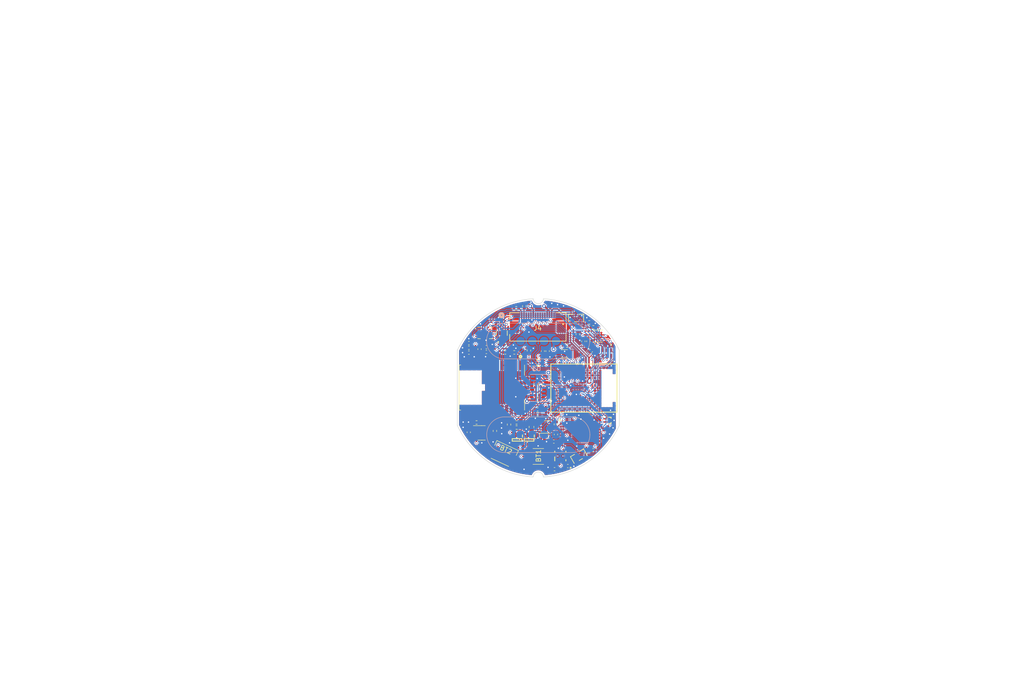
<source format=kicad_pcb>
(kicad_pcb (version 20221018) (generator pcbnew)
  (title_block (comment 4 "AISLER Project ID: VRLIPWJJ"))
  (layers (0 "F.Cu" signal) (1 "In1.Cu" jumper "VCC") (2 "In2.Cu" power "GND") (31 "B.Cu" signal) (34 "B.Paste" user) (35 "F.Paste" user) (36 "B.SilkS" user "B.Silkscreen") (37 "F.SilkS" user "F.Silkscreen") (38 "B.Mask" user) (39 "F.Mask" user) (44 "Edge.Cuts" user))
  (net 0 "")
  (net 1 "GND")
  (net 2 "/DISPLAY_D{slash}C")
  (net 3 "/DISPLAY_CS")
  (net 4 "+3.3V")
  (net 5 "/DISPLAY_RESET")
  (net 6 "/TP_RST")
  (net 7 "/TP_INT")
  (net 8 "+1V8")
  (net 9 "/DISPLAY_CLK")
  (net 10 "/DISPLAY_SDI")
  (net 11 "/FLASH_CS")
  (net 12 "/FLASH_CLK")
  (net 13 "/HR_INT")
  (net 14 "/XL2")
  (net 15 "/XL1")
  (net 17 "/BAT_INT")
  (net 18 "Net-(U5-RF_OUT)")
  (net 19 "Net-(U5-RF_IN)")
  (net 22 "/LEDK")
  (net 23 "/BACKLIGHT_EN")
  (net 24 "VDD")
  (net 26 "VIN_SWD")
  (net 35 "/SWDIO")
  (net 38 "/SWDCLK")
  (net 40 "RTC Battery")
  (net 43 "/GPS_TX")
  (net 44 "/GPS_RX")
  (net 45 "/GPS_EXTINT")
  (net 47 "/SCL")
  (net 48 "/SDA")
  (net 49 "/FLASH_IO1")
  (net 50 "/FLASH_IO2")
  (net 51 "/FLASH_IO0")
  (net 52 "/FLASH_IO3")
  (net 53 "Net-(U11-PROG)")
  (net 54 "/RTC_CLK")
  (net 55 "/RTC_EVI")
  (net 56 "/RTC_INT")
  (net 57 "Net-(U4-EN)")
  (net 59 "Net-(U4-L2)")
  (net 60 "Net-(U4-L1)")
  (net 62 "/BAT+")
  (net 64 "/GPS_FORCEON")
  (net 65 "Net-(MOSFET1-G)")
  (net 66 "Net-(U8-C1)")
  (net 69 "/INT1_BMI270")
  (net 70 "/INT2_BMI270")
  (net 71 "/LIS2MDLTR_INT")
  (net 72 "Net-(U5-TXD1)")
  (net 73 "/USB_P")
  (net 79 "/USB_N")
  (net 83 "Net-(U5-RXD1)")
  (net 84 "Net-(U5-EXTINT0)")
  (net 85 "Net-(U5-FORCE_ON)")
  (net 89 "VIN")
  (net 90 "VIN_USB")
  (net 92 "+5V")
  (net 96 "/TWI_SCL")
  (net 97 "/TWI_SDA")
  (net 99 "/HR_LED_EN")
  (footprint "W25N01GVZEIG_TR:SON127P800X600X80-9N-D" (layer "F.Cu") (at 168.312 107.95)
    (fp_text reference "IC1" hide)
    (fp_text value "W25Q256JVEIQ" hide)
  )
  (footprint "Capacitor_SMD:C_0402_1005Metric" (layer "F.Cu") (at 162.65 109.925)
    (fp_text reference "C16" hide)
    (fp_text value "1uF")
  )
  (footprint "Resistor_SMD:R_0402_1005Metric" (layer "F.Cu") (at 167.825 86.725 90)
    (fp_text reference "R10" hide)
    (fp_text value "4.7k")
  )
  (footprint "Resistor_SMD:R_0402_1005Metric" (layer "F.Cu") (at 154.1 90.65 180)
    (fp_text reference "R7" hide)
    (fp_text value "1k")
  )
  (footprint "LM66200DRLR:SOTFL50P160X60-8N" (layer "F.Cu") (at 157.275 109.575 -90)
    (fp_text reference "IC3" hide)
    (fp_text value "LM66200DRLR" hide)
  )
  (footprint "Resistor_SMD:R_0402_1005Metric" (layer "F.Cu") (at 171.2 85.23)
    (fp_text reference "R3" hide)
    (fp_text value "10k")
  )
  (footprint "Resistor_SMD:R_0402_1005Metric" (layer "F.Cu") (at 163.1 106.21 90)
    (fp_text reference "R1" hide)
    (fp_text value "100k")
  )
  (footprint "Capacitor_SMD:C_1812_4532Metric_Pad1.57x3.40mm_HandSolder" (layer "F.Cu") (at 159.3 113.15)
    (fp_text reference "BT1")
    (fp_text value "Battery_Cell")
  )
  (footprint "TPS70950QDRVRQ1:DRV0006A" (layer "F.Cu") (at 164.05 113.049999 90)
    (fp_text reference "U12" hide)
    (fp_text value "TPS70950QDRVRQ1")
  )
  (footprint "Resistor_SMD:R_0402_1005Metric" (layer "F.Cu") (at 152.97 106.25 90)
    (fp_text reference "R4" hide)
    (fp_text value "1k")
  )
  (footprint "Capacitor_SMD:C_0402_1005Metric" (layer "F.Cu") (at 144.295 90.7 180)
    (fp_text reference "C15" hide)
    (fp_text value "100nF")
  )
  (footprint "Resistor_SMD:R_0402_1005Metric" (layer "F.Cu") (at 156.27 80.64 -90)
    (fp_text reference "R12" hide)
    (fp_text value "4.7k")
  )
  (footprint "2N7002:SOT-23TO-236_318-08_ONS" (layer "F.Cu") (at 167.44 83.22)
    (fp_text reference "MOSFET1" hide)
    (fp_text value "2N7002")
  )
  (footprint "X05A20L15T:CONN_X05A20L15T_XKB" (layer "F.Cu") (at 159.2014 85.132401)
    (fp_text reference "J4")
    (fp_text value "X05A20L15T")
  )
  (footprint "Inductor_SMD:L_0603_1608Metric" (layer "F.Cu") (at 157.825 106.775 -90)
    (fp_text reference "L2" hide)
    (fp_text value "MBKK1608T1R5M")
  )
  (footprint "Capacitor_SMD:C_0402_1005Metric" (layer "F.Cu") (at 148.075 89.5 180)
    (fp_text reference "C17" hide)
    (fp_text value "100nF")
  )
  (footprint "Capacitor_SMD:C_0402_1005Metric" (layer "F.Cu") (at 163.1 108.4 -90)
    (fp_text reference "C2" hide)
    (fp_text value "0.1uF")
  )
  (footprint "Resistor_SMD:R_0402_1005Metric" (layer "F.Cu") (at 154.59 105.79 180)
    (fp_text reference "R5" hide)
    (fp_text value "5k6")
  )
  (footprint "Capacitor_SMD:C_0402_1005Metric" (layer "F.Cu") (at 160.275 90.375 90)
    (fp_text reference "C8" hide)
    (fp_text value "0.1uF")
  )
  (footprint "Package_TO_SOT_SMD:SOT-23-5" (layer "F.Cu") (at 147.05 108.05)
    (fp_text reference "U11" hide)
    (fp_text value "MCP73831T-2ACI/OT")
  )
  (footprint "Resistor_SMD:R_0402_1005Metric" (layer "F.Cu") (at 170.31 84.16 180)
    (fp_text reference "R11" hide)
    (fp_text value "1M")
  )
  (footprint "Capacitor_SMD:C_0402_1005Metric" (layer "F.Cu") (at 161.525 108.875)
    (fp_text reference "C9" hide)
    (fp_text value "10uF")
  )
  (footprint "Capacitor_SMD:C_0402_1005Metric" (layer "F.Cu") (at 161.305 90.374999 90)
    (fp_text reference "C7" hide)
    (fp_text value "4.7uF")
  )
  (footprint "Capacitor_SMD:C_0402_1005Metric" (layer "F.Cu") (at 162.8 115.9 180)
    (fp_text reference "C21" hide)
    (fp_text value "2.2uF")
  )
  (footprint "Capacitor_SMD:C_0402_1005Metric" (layer "F.Cu") (at 165.675 115.225 180)
    (fp_text reference "C22" hide)
    (fp_text value "1uF")
  )
  (footprint "Capacitor_SMD:C_0402_1005Metric" (layer "F.Cu") (at 148.075 90.55 180)
    (fp_text reference "C20" hide)
    (fp_text value "4.7uF")
  )
  (footprint "Capacitor_SMD:C_0402_1005Metric" (layer "F.Cu") (at 170.7 90.3 -135)
    (fp_text reference "C12" hide)
    (fp_text value "220nF")
  )
  (footprint "Capacitor_SMD:C_0402_1005Metric" (layer "F.Cu") (at 159.154999 100.950002)
    (fp_text reference "C4" hide)
    (fp_text value "10uF")
  )
  (footprint "AP7313-18SAG-7:SOT-23_DIO" (layer "F.Cu") (at 168.075 113.1 30)
    (fp_text reference "U6" hide)
    (fp_text value "AP7313-18SAG-7")
  )
  (footprint "Capacitor_SMD:C_0402_1005Metric" (layer "F.Cu") (at 171.125 111.8)
    (fp_text reference "C23" hide)
    (fp_text value "1uF")
  )
  (footprint "Resistor_SMD:R_0402_1005Metric" (layer "F.Cu") (at 149.92 107.63 90)
    (fp_text reference "R17" hide)
    (fp_text value "5.1k")
  )
  (footprint "NORA-B120-00B:NORAB12000B" (layer "F.Cu") (at 169.15 98.36)
    (fp_text reference "IC2" hide)
    (fp_text value "NORA-B120-00B" hide)
  )
  (footprint "LM66200DRLR:SOTFL50P160X60-8N" (layer "F.Cu") (at 154.715002 109.573002 -90)
    (fp_text reference "IC4" hide)
    (fp_text value "LM66200DRLR" hide)
  )
  (footprint "Resistor_SMD:R_0402_1005Metric" (layer "F.Cu") (at 158.71 97.58 90)
    (fp_text reference "R14" hide)
    (fp_text value "5k6")
  )
  (footprint "Capacitor_SMD:C_0402_1005Metric" (layer "F.Cu") (at 152.325 89)
    (fp_text reference "C18" hide)
    (fp_text value "0.1uF")
  )
  (footprint "Resistor_SMD:R_0402_1005Metric" (layer "F.Cu") (at 154.6 106.89 180)
    (fp_text reference "R6" hide)
    (fp_text value "1k")
  )
  (footprint "Capacitor_SMD:C_0402_1005Metric" (layer "F.Cu") (at 169.025 88.25 -90)
    (fp_text reference "C11" hide)
    (fp_text value "100n")
  )
  (footprint "Capacitor_SMD:C_0402_1005Metric" (layer "F.Cu") (at 144.295 89.65 180)
    (fp_text reference "C1" hide)
    (fp_text value "10uF")
  )
  (footprint "TPD2EUSB30DRTR:DRT0003A" (layer "F.Cu") (at 159.58 92.83 90)
    (fp_text reference "U2" hide)
    (fp_text value "TPD2EUSB30DRTR")
  )
  (footprint "Resistor_SMD:R_0402_1005Metric" (layer "F.Cu") (at 165.5 89.2 180)
    (fp_text reference "R15" hide)
    (fp_text value "4.7k")
  )
  (footprint "Capacitor_SMD:C_0402_1005Metric" (layer "F.Cu") (at 170.103341 88.247295 -90)
    (fp_text reference "C3" hide)
    (fp_text value "10u")
  )
  (footprint "Capacitor_SMD:C_0402_1005Metric" (layer "F.Cu") (at 159.16 102.985 180)
    (fp_text reference "C10" hide)
    (fp_text value "10uF")
  )
  (footprint "Resistor_SMD:R_0402_1005Metric" (layer "F.Cu") (at 154.53 81.1)
    (fp_text reference "R16" hide)
    (fp_text value "4.7k")
  )
  (footprint "Capacitor_SMD:C_0402_1005Metric" (layer "F.Cu") (at 159.154995 99.920004)
    (fp_text reference "C5" hide)
    (fp_text value "0.1uF")
  )
  (footprint "Capacitor_SMD:C_0402_1005Metric" (layer "F.Cu") (at 144.295 88.625 180)
    (fp_text reference "C14" hide)
    (fp_text value "100n")
  )
  (footprint "Resistor_SMD:R_0402_1005Metric" (layer "F.Cu") (at 157.269999 90.245 90)
    (fp_text reference "R9" hide)
    (fp_text value "4.7k")
  )
  (footprint "2994TR:BAT_2994TR" (layer "F.Cu") (at 151.525 113.275 -25)
    (fp_text reference "BT2")
    (fp_text value "2994TR")
  )
  (footprint "Resistor_SMD:R_0402_1005Metric" (layer "F.Cu") (at 145.95 105.8 180)
    (fp_text reference "R2" hide)
    (fp_text value "0R")
  )
  (footprint "Resistor_SMD:R_0402_1005Metric" (layer "F.Cu") (at 152.15 90.65 180)
    (fp_text reference "R8" hide)
    (fp_text value "5k6")
  )
  (footprint "Capacitor_SMD:C_0402_1005Metric" (layer "F.Cu") (at 159.15 104.025 180)
    (fp_text reference "C6" hide)
    (fp_text value "10uF")
  )
  (footprint "Crystal:Crystal_SMD_3215-2Pin_3.2x1.5mm" (layer "F.Cu") (at 164.94 90.93 180)
    (fp_text reference "X2" hide)
    (fp_text value "9HT10-32.768KBZC-T")
  )
  (footprint "Capacitor_SMD:C_0402_1005Metric" (layer "F.Cu") (at 144.27 107.92 90)
    (fp_text reference "C19" hide)
    (fp_text value "4.7uF")
  )
  (footprint "Package_SON:WSON-10-1EP_2.5x2.5mm_P0.5mm_EP1.2x2mm" (layer "F.Cu") (at 160.625 106.775)
    (fp_text reference "U4" hide)
    (fp_text value "TPS63031DSK")
  )
  (footprint "TPD2EUSB30DRTR:DRT0003A" (layer "F.Cu") (at 174.45 105.35 -90)
    (fp_text reference "U9" hide)
    (fp_text value "TPD2EUSB30DRTR")
  )
  (footprint "Capacitor_SMD:C_0402_1005Metric" (layer "F.Cu") (at 146.6 89.95 -90)
    (fp_text reference "C13" hide)
    (fp_text value "100n")
  )
  (footprint "BMI270:XDCR_BMI270" (layer "F.Cu") (at 147.737508 86.429095)
    (fp_text reference "U7" hide)
    (fp_text value "BMI270")
  )
  (footprint "MAX17048G_T10:21-0168E_T822-3_MXM" (layer "F.Cu") (at 151.4 86.4758 90)
    (fp_text reference "U1" hide)
    (fp_text value "MAX17048G+T10")
  )
  (footprint "L96-M33:XCVR_L96-M33" (layer "F.Cu") (at 149.25 98.25 -90)
    (fp_text reference "U5" hide)
    (fp_text value "L96-M33")
  )
  (footprint "Resistor_SMD:R_0402_1005Metric" (layer "F.Cu") (at 159.83 97.58 -90)
    (fp_text reference "R13" hide)
    (fp_text value "1k")
  )
  (footprint "LIS2MDLTR:PQFN50P200X200X70-12N" (layer "F.Cu") (at 172.15 87.125)
    (fp_text reference "U8" hide)
    (fp_text value "LIS2MDLTR")
  )
  (footprint "RV_3028_C7_32_768KHZ_1PPM_TA_QC:IC_RV-3028-C7_32.768KHZ_1PPM-TA-QC" (layer "F.Cu") (at 173.675 90.775 -90)
    (fp_text reference "U10" hide)
    (fp_text value "RV-3028-C7_32.768KHZ_1PPM-TA-QC")
  )
  (footprint "Pogo_Female_4Pin:Pogo_Female_4Pin" (layer "B.Cu") (at 163.344 88.19 180)
    (fp_text reference "J1" hide)
    (fp_text value "Conn_01x04" hide)
  )
  (footprint "MAX30101EFD_T:MAX30101EFD_T" (layer "B.Cu") (at 159.295 98.325 180)
    (fp_text reference "U3")
    (fp_text value "MAX30101EFD_T")
  )
  (footprint "Pogo_Female_4pin:Pogo_Female_4Pin" (layer "B.Cu") (at 155.21 108.445664)
    (fp_text reference "J2" hide)
    (fp_text value "Conn_01x04" hide)
  )
  (gr_arc (start 159.3 80.12) (mid 158.536446 79.811824) (end 158.200727 79.059974) (stroke (width 0.1)) (layer "Edge.Cuts"))
  (gr_arc (start 158.200727 117.580025) (mid 148.467315 114.282766) (end 141.808018 106.455571) (stroke (width 0.1)) (layer "Edge.Cuts"))
  (gr_arc (start 176.798273 106.442035) (mid 170.13886 114.278575) (end 160.399273 117.580026) (stroke (width 0.1)) (layer "Edge.Cuts"))
  (gr_arc (start 158.200727 117.580026) (mid 158.536447 116.828176) (end 159.3 116.52) (stroke (width 0.1)) (layer "Edge.Cuts"))
  (gr_arc (start 160.399273 79.059974) (mid 160.063553 79.811824) (end 159.3 80.12) (stroke (width 0.1)) (layer "Edge.Cuts"))
  (gr_line (start 141.798491 90.18445) (end 141.800191 106.459207) (stroke (width 0.1)) (layer "Edge.Cuts"))
  (gr_arc (start 141.806315 90.188089) (mid 148.465645 82.358367) (end 158.200727 79.059974) (stroke (width 0.1)) (layer "Edge.Cuts"))
  (gr_arc (start 160.399273 79.059974) (mid 170.1393 82.361724) (end 176.79872 90.198929) (stroke (width 0.1)) (layer "Edge.Cuts"))
  (gr_arc (start 159.3 116.52) (mid 160.063554 116.828176) (end 160.399273 117.580026) (stroke (width 0.1)) (layer "Edge.Cuts"))
  (gr_line (start 176.806548 90.195299) (end 176.806101 106.445664) (stroke (width 0.1)) (layer "Edge.Cuts"))
  (segment (start 151.7793 86.4758) (end 151.4 86.4758) (width 0.25) (layer "F.Cu") (net 1))
  (segment (start 159.4125 106.775) (end 160.625 106.775) (width 0.25) (layer "F.Cu") (net 1))
  (segment (start 161.8375 106.275) (end 161.125 106.275) (width 0.25) (layer "F.Cu") (net 1))
  (segment (start 145.45 93.45) (end 144.45 93.45) (width 0.25) (layer "F.Cu") (net 1))
  (segment (start 161.305 89.894999) (end 161.305 89.62) (width 0.25) (layer "F.Cu") (net 1))
  (segment (start 156.25 96.25) (end 154.45 96.25) (width 0.25) (layer "F.Cu") (net 1))
  (segment (start 175.65 95.06) (end 175.65 93.96) (width 0.3) (layer "F.Cu") (net 1))
  (segment (start 148 88.025) (end 148.038008 88.063008) (width 0.25) (layer "F.Cu") (net 1))
  (segment (start 161.305 89.894999) (end 160.275001 89.894999) (width 0.25) (layer "F.Cu") (net 1))
  (segment (start 167.15 98.91) (end 168.25 98.91) (width 0.25) (layer "F.Cu") (net 1))
  (segment (start 160.275001 89.894999) (end 160.275 89.895) (width 0.25) (layer "F.Cu") (net 1))
  (segment (start 148 88.02) (end 148 88.025) (width 0.25) (layer "F.Cu") (net 1))
  (segment (start 172.65 95.06) (end 172.65 94.96) (width 0.2) (layer "F.Cu") (net 1))
  (segment (start 158.68 104.015) (end 158.67 104.025) (width 0.25) (layer "F.Cu") (net 1))
  (segment (start 151.65 86.2258) (end 151.4 86.4758) (width 0.25) (layer "F.Cu") (net 1))
  (segment (start 152.83 89.025) (end 152.805 89) (width 0.25) (layer "F.Cu") (net 1))
  (segment (start 158.68 102.985) (end 158.68 104.015) (width 0.25) (layer "F.Cu") (net 1))
  (segment (start 172.69207 87.375) (end 172.91 87.375) (width 0.25) (layer "F.Cu") (net 1))
  (segment (start 168.25 97.81) (end 167.15 97.81) (width 0.25) (layer "F.Cu") (net 1))
  (segment (start 156.473944 104.416056) (end 156.473944 103.848944) (width 0.25) (layer "F.Cu") (net 1))
  (segment (start 154.45 96.25) (end 154.425 96.225) (width 0.25) (layer "F.Cu") (net 1))
  (segment (start 161.125 106.275) (end 160.625 106.775) (width 0.25) (layer "F.Cu") (net 1))
  (segment (start 172.4 87.885) (end 172.4 87.66707) (width 0.25) (layer "F.Cu") (net 1))
  (segment (start 175.65 102.76) (end 175.65 101.66) (width 0.3) (layer "F.Cu") (net 1))
  (segment (start 164.342 109.925) (end 164.412 109.855) (width 0.25) (layer "F.Cu") (net 1))
  (segment (start 151.0207 86.4758) (end 151.4 86.4758) (width 0.25) (layer "F.Cu") (net 1))
  (segment (start 162.005 108.875) (end 163.095 108.875) (width 0.3) (layer "F.Cu") (net 1))
  (segment (start 172.4 87.66707) (end 172.69207 87.375) (width 0.25) (layer "F.Cu") (net 1))
  (segment (start 150.45 100.875) (end 150.475 100.85) (width 0.25) (layer "F.Cu") (net 1))
  (segment (start 163.1 109.895) (end 163.13 109.925) (width 0.25) (layer "F.Cu") (net 1))
  (segment (start 165.195 115.225) (end 165.195 115.405) (width 0.25) (layer "F.Cu") (net 1))
  (segment (start 152.45 93.45) (end 151.45 93.45) (width 0.25) (layer "F.Cu") (net 1))
  (segment (start 159.634999 99.920008) (end 159.634995 99.920004) (width 0.25) (layer "F.Cu") (net 1))
  (segment (start 163.095 108.875) (end 163.1 108.88) (width 0.3) (layer "F.Cu") (net 1))
  (segment (start 152.45 92.23) (end 152.45 93.45) (width 0.25) (layer "F.Cu") (net 1))
  (segment (start 144.45 103.05) (end 143.3 103.05) (width 0.25) (layer "F.Cu") (net 1))
  (segment (start 153.22 91.46) (end 152.45 92.23) (width 0.25) (layer "F.Cu") (net 1))
  (segment (start 155.1 105.79) (end 156.473944 104.416056) (width 0.25) (layer "F.Cu") (net 1))
  (segment (start 146.45 93.45) (end 145.45 93.45) (width 0.25) (layer "F.Cu") (net 1))
  (segment (start 156.25 100.25) (end 154.425 100.25) (width 0.25) (layer "F.Cu") (net 1))
  (segment (start 144.45 93.45) (end 143.3 93.45) (width 0.25) (layer "F.Cu") (net 1))
  (segment (start 162.75 93.96) (end 163.85 95.06) (width 0.25) (layer "F.Cu") (net 1))
  (segment (start 156.523002 108.735002) (end 156.525 108.737) (width 0.25) (layer "F.Cu") (net 1))
  (segment (start 159.634999 100.950002) (end 159.634999 99.920008) (width 0.25) (layer "F.Cu") (net 1))
  (segment (start 151.65 85.4725) (end 151.65 86.2258) (width 0.25) (layer "F.Cu") (net 1))
  (via (at 174.2895 89.265979) (size 0.5) (drill 0.3) (layers "F.Cu" "B.Cu") (net 1))
  (via (at 154.425 96.225) (size 0.5) (drill 0.3) (layers "F.Cu" "B.Cu") (net 1))
  (via (at 147.9 91.575) (size 0.5) (drill 0.3) (layers "F.Cu" "B.Cu") (net 1))
  (via (at 166.161444 83.088556) (size 0.5) (drill 0.3) (layers "F.Cu" "B.Cu") (net 1))
  (via (at 158.65 104.9) (size 0.5) (drill 0.3) (layers "F.Cu" "B.Cu") (net 1))
  (via (at 161.4 115.5) (size 0.5) (drill 0.3) (layers "F.Cu" "B.Cu") (net 1))
  (via (at 158.05 92.95) (size 0.5) (drill 0.3) (layers "F.Cu" "B.Cu") (net 1))
  (via (at 164.74 80.6) (size 0.5) (drill 0.3) (layers "F.Cu" "B.Cu") (net 1))
  (via (at 153.08 110.21) (size 0.5) (drill 0.3) (layers "F.Cu" "B.Cu") (net 1))
  (via (at 174.9 103.16) (size 0.5) (drill 0.3) (layers "F.Cu" "B.Cu") (net 1))
  (via (at 144.21 105.72) (size 0.5) (drill 0.3) (layers "F.Cu" "B.Cu") (net 1))
  (via (at 163.46 80.33) (size 0.5) (drill 0.3) (layers "F.Cu" "B.Cu") (net 1))
  (via (at 166.97 115.26) (size 0.5) (drill 0.3) (layers "F.Cu" "B.Cu") (net 1))
  (via (at 173.392387 109.2) (size 0.5) (drill 0.3) (layers "F.Cu" "B.Cu") (net 1))
  (via (at 154.425 100.25) (size 0.5) (drill 0.3) (layers "F.Cu" "B.Cu") (net 1))
  (via (at 159.07 96.3) (size 0.5) (drill 0.3) (layers "F.Cu" "B.Cu") (net 1))
  (via (at 175.072746 93.542746) (size 0.5) (drill 0.3) (layers "F.Cu" "B.Cu") (net 1))
  (via (at 168.7 82.7) (size 0.5) (drill 0.3) (layers "F.Cu" "B.Cu") (net 1))
  (via (at 143.3 91.6) (size 0.5) (drill 0.3) (layers "F.Cu" "B.Cu") (net 1))
  (via (at 157.27 86.26) (size 0.5) (drill 0.3) (layers "F.Cu" "B.Cu") (net 1))
  (via (at 156.22 115.93) (size 0.5) (drill 0.3) (layers "F.Cu" "B.Cu") (net 1))
  (via (at 170.15 89.8745) (size 0.5) (drill 0.3) (layers "F.Cu" "B.Cu") (net 1))
  (via (at 142.925 90.7) (size 0.5) (drill 0.3) (layers "F.Cu" "B.Cu") (net 1))
  (via (at 175.54 104.04) (size 0.5) (drill 0.3) (layers "F.Cu" "B.Cu") (net 1))
  (via (at 155.894902 109.805098) (size 0.5) (drill 0.3) (layers "F.Cu" "B.Cu") (net 1))
  (via (at 161.075 109.95) (size 0.5) (drill 0.3) (layers "F.Cu" "B.Cu") (net 1))
  (via (at 156.7 107.25) (size 0.5) (drill 0.3) (layers "F.Cu" "B.Cu") (net 1))
  (via (at 157.71 79.77) (size 0.5) (drill 0.3) (layers "F.Cu" "B.Cu") (net 1))
  (via (at 166.29 97.82) (size 0.5) (drill 0.3) (layers "F.Cu" "B.Cu") (net 1))
  (via (at 145.45 91.6) (size 0.5) (drill 0.3) (layers "F.Cu" "B.Cu") (net 1))
  (via (at 171.61 84.37) (size 0.5) (drill 0.3) (layers "F.Cu" "B.Cu") (net 1))
  (via (at 171.363 105.27) (size 0.5) (drill 0.3) (layers "F.Cu" "B.Cu") (net 1))
  (via (at 156.473944 103.848944) (size 0.5) (drill 0.3) (layers "F.Cu" "B.Cu") (net 1))
  (via (at 174.7 108.3) (size 0.5) (drill 0.3) (layers "F.Cu" "B.Cu") (net 1))
  (via (at 159.2 109.18) (size 0.5) (drill 0.3) (layers "F.Cu" "B.Cu") (net 1))
  (via (at 142.925 89.65) (size 0.5) (drill 0.3) (layers "F.Cu" "B.Cu") (net 1))
  (via (at 151.35 107) (size 0.5) (drill 0.3) (layers "F.Cu" "B.Cu") (net 1))
  (via (at 165.675 109.65) (size 0.5) (drill 0.3) (layers "F.Cu" "B.Cu") (net 1))
  (via (at 165.45 105.95) (size 0.5) (drill 0.3) (layers "F.Cu" "B.Cu") (net 1))
  (via (at 167.52 99.73) (size 0.5) (drill 0.3) (layers "F.Cu" "B.Cu") (net 1))
  (via (at 154.45 89.75) (size 0.5) (drill 0.3) (layers "F.Cu" "B.Cu") (net 1))
  (via (at 167.6 110.91) (size 0.5) (drill 0.3) (layers "F.Cu" "B.Cu") (net 1))
  (via (at 161.8 91.62) (size 0.5) (drill 0.3) (layers "F.Cu" "B.Cu") (net 1))
  (via (at 150.908767 89.518767) (size 0.5) (drill 0.3) (layers "F.Cu" "B.Cu") (net 1))
  (via (at 169.77 83.14) (size 0.5) (drill 0.3) (layers "F.Cu" "B.Cu") (net 1))
  (via (at 161.72 101.98) (size 0.5) (drill 0.3) (layers "F.Cu" "B.Cu") (net 1))
  (via (at 159.26 110.86) (size 0.5) (drill 0.3) (layers "F.Cu" "B.Cu") (net 1))
  (via (at 161.575 98.3115) (size 0.5) (drill 0.3) (layers "F.Cu" "B.Cu") (net 1))
  (via (at 147.09 110.213093) (size 0.5) (drill 0.3) (layers "F.Cu" "B.Cu") (net 1))
  (via (at 175.45 106.975) (size 0.5) (drill 0.3) (layers "F.Cu" "B.Cu") (net 1))
  (via (at 165.42603 104.10603) (size 0.5) (drill 0.3) (layers "F.Cu" "B.Cu") (net 1))
  (via (at 162.2 80.05) (size 0.5) (drill 0.3) (layers "F.Cu" "B.Cu") (net 1))
  (via (at 148 88.02) (size 0.5) (drill 0.3) (layers "F.Cu" "B.Cu") (net 1))
  (via (at 164.924074 95.965797) (size 0.5) (drill 0.3) (layers "F.Cu" "B.Cu") (net 1))
  (via (at 163.625 111.375) (size 0.5) (drill 0.3) (layers "F.Cu" "B.Cu") (net 1))
  (via (at 171.520358 91.330358) (size 0.5) (drill 0.3) (layers "F.Cu" "B.Cu") (net 1))
  (via (at 168.5 105.075) (size 0.5) (drill 0.3) (layers "F.Cu" "B.Cu") (net 1))
  (via (at 164.98 90.42) (size 0.5) (drill 0.3) (layers "F.Cu" "B.Cu") (net 1))
  (via (at 168.25147 88.03853) (size 0.5) (drill 0.3) (layers "F.Cu" "B.Cu") (net 1))
  (via (at 153.22 91.46) (size 0.5) (drill 0.3) (layers "F.Cu" "B.Cu") (net 1))
  (via (at 153.91 89.05) (size 0.5) (drill 0.3) (layers "F.Cu" "B.Cu") (net 1))
  (via (at 160.910569 104.970569) (size 0.5) (drill 0.3) (layers "F.Cu" "B.Cu") (net 1))
  (via (at 144.275 87.675) (size 0.5) (drill 0.3) (layers "F.Cu" "B.Cu") (net 1))
  (via (at 151.39 108.23) (size 0.5) (drill 0.3) (layers "F.Cu" "B.Cu") (net 1))
  (via (at 143.05 106.85) (size 0.5) (drill 0.3) (layers "F.Cu" "B.Cu") (net 1))
  (via (at 168.818767 91.781233) (size 0.5) (drill 0.3) (layers "F.Cu" "B.Cu") (net 1))
  (via (at 151.36 105.88) (size 0.5) (drill 0.3) (layers "F.Cu" "B.Cu") (net 1))
  (via (at 175.7265 92.621522) (size 0.5) (drill 0.3) (layers "F.Cu" "B.Cu") (net 1))
  (via (at 175.67 105.35) (size 0.5) (drill 0.3) (layers "F.Cu" "B.Cu") (net 1))
  (via (at 158.22 89.76) (size 0.5) (drill 0.3) (layers "F.Cu" "B.Cu") (net 1))
  (via (at 157.91 83.63) (size 0.5) (drill 0.3) (layers "F.Cu" "B.Cu") (net 1))
  (via (at 149.351468 88.922685) (size 0.5) (drill 0.3) (layers "F.Cu" "B.Cu") (net 1))
  (via (at 168.87 96.86) (size 0.5) (drill 0.3) (layers "F.Cu" "B.Cu") (net 1))
  (via (at 146.80545 84.489047) (size 0.5) (drill 0.3) (layers "F.Cu" "B.Cu") (net 1))
  (via (at 143.06 105.72) (size 0.5) (drill 0.3) (layers "F.Cu" "B.Cu") (net 1))
  (via (at 168.05 104.25) (size 0.5) (drill 0.3) (layers "F.Cu" "B.Cu") (net 1))
  (via (at 150.7 83.1005) (size 0.5) (drill 0.3) (layers "F.Cu" "B.Cu") (net 1))
  (via (at 149.525 110) (size 0.5) (drill 0.3) (layers "F.Cu" "B.Cu") (net 1))
  (segment (start 171.0115 92.32647) (end 171.0115 94.4985) (width 0.127) (layer "F.Cu") (net 2))
  (segment (start 160.763999 83.475299) (end 160.763999 82.6736) (width 0.127) (layer "F.Cu") (net 2))
  (segment (start 161.1137 83.825) (end 160.763999 83.475299) (width 0.127) (layer "F.Cu") (net 2))
  (segment (start 171.0115 94.4985) (end 170.45 95.06) (width 0.127) (layer "F.Cu") (net 2))
  (segment (start 161.95 83.825) (end 161.1137 83.825) (width 0.127) (layer "F.Cu") (net 2))
  (segment (start 160.763999 82.6736) (end 160.7014 82.611001) (width 0.127) (layer "F.Cu") (net 2))
  (segment (start 170.884158 92.199128) (end 171.0115 92.32647) (width 0.127) (layer "F.Cu") (net 2))
  (via (at 161.95 83.825) (size 0.5) (drill 0.3) (layers "F.Cu" "B.Cu") (net 2))
  (via (at 170.884158 92.199128) (size 0.5) (drill 0.3) (layers "F.Cu" "B.Cu") (net 2))
  (segment (start 162.025 83.9) (end 161.95 83.825) (width 0.127) (layer "B.Cu") (net 2))
  (segment (start 170.884158 91.39671) (end 163.387448 83.9) (width 0.127) (layer "B.Cu") (net 2))
  (segment (start 170.884158 92.199128) (end 170.884158 91.39671) (width 0.127) (layer "B.Cu") (net 2))
  (segment (start 163.387448 83.9) (end 162.025 83.9) (width 0.127) (layer "B.Cu") (net 2))
  (segment (start 160.201401 83.375149) (end 161.164252 84.338) (width 0.127) (layer "F.Cu") (net 3))
  (segment (start 166.625 96.825) (end 166.625 96.5) (width 0.127) (layer "F.Cu") (net 3))
  (segment (start 160.201401 82.611001) (end 160.201401 83.375149) (width 0.127) (layer "F.Cu") (net 3))
  (segment (start 161.164252 84.338) (end 161.225166 84.338) (width 0.127) (layer "F.Cu") (net 3))
  (segment (start 166.625 96.5) (end 166.965 96.16) (width 0.127) (layer "F.Cu") (net 3))
  (segment (start 166.965 96.16) (end 167.15 96.16) (width 0.127) (layer "F.Cu") (net 3))
  (via (at 161.225166 84.338) (size 0.5) (drill 0.3) (layers "F.Cu" "B.Cu") (net 3))
  (via (at 166.625 96.825) (size 0.5) (drill 0.3) (layers "F.Cu" "B.Cu") (net 3))
  (segment (start 163.363 84.338) (end 161.225166 84.338) (width 0.127) (layer "B.Cu") (net 3))
  (segment (start 166.625 96.825) (end 166.625 96.875) (width 0.127) (layer "B.Cu") (net 3))
  (segment (start 170.052 97.148) (end 170.052 91.027) (width 0.127) (layer "B.Cu") (net 3))
  (segment (start 166.625 96.875) (end 167.45 97.7) (width 0.127) (layer "B.Cu") (net 3))
  (segment (start 167.45 97.7) (end 169.5 97.7) (width 0.127) (layer "B.Cu") (net 3))
  (segment (start 170.052 91.027) (end 163.363 84.338) (width 0.127) (layer "B.Cu") (net 3))
  (segment (start 169.5 97.7) (end 170.052 97.148) (width 0.127) (layer "B.Cu") (net 3))
  (segment (start 160.92 103.05) (end 160.92 102.06) (width 0.4) (layer "F.Cu") (net 4))
  (segment (start 145.72 89.65) (end 145.72 88.855) (width 0.3) (layer "F.Cu") (net 4))
  (segment (start 161.8375 105.775) (end 161.8375 104.9575) (width 0.3) (layer "F.Cu") (net 4))
  (segment (start 147.45 93.45) (end 147.45 92.38) (width 0.3) (layer "F.Cu") (net 4))
  (segment (start 160.93 103.625) (end 161.4 103.625) (width 0.4) (layer "F.Cu") (net 4))
  (segment (start 161.49 95.02) (end 162.71 95.02) (width 0.4) (layer "F.Cu") (net 4))
  (segment (start 154.99 80.13) (end 154.02 81.1) (width 0.3) (layer "F.Cu") (net 4))
  (segment (start 145.72 90.65) (end 145.72 89.65) (width 0.3) (layer "F.Cu") (net 4))
  (segment (start 160.93 103.06) (end 160.855 102.985) (width 0.3) (layer "F.Cu") (net 4))
  (segment (start 145.72 88.855) (end 145.725 88.85) (width 0.25) (layer "F.Cu") (net 4))
  (segment (start 157.55 80.6505) (end 157.55 80.54) (width 0.3) (layer "F.Cu") (net 4))
  (segment (start 163.1 105.325) (end 161.763069 103.988069) (width 0.3) (layer "F.Cu") (net 4))
  (segment (start 160.912146 104.032146) (end 160.842146 104.032146) (width 0.3) (layer "F.Cu") (net 4))
  (segment (start 174.125 91.775) (end 174.125 91.375) (width 0.25) (layer "F.Cu") (net 4))
  (segment (start 163.85 96.16) (end 162.75 96.16) (width 0.4) (layer "F.Cu") (net 4))
  (segment (start 173.392387 107.621857) (end 173.944622 107.069622) (width 0.4) (layer "F.Cu") (net 4))
  (segment (start 162.75 96.16) (end 162.75 95.06) (width 0.4) (layer "F.Cu") (net 4))
  (segment (start 157.55 80.54) (end 157.14 80.13) (width 0.3) (layer "F.Cu") (net 4))
  (segment (start 147.45 92.38) (end 145.72 90.65) (width 0.3) (layer "F.Cu") (net 4))
  (segment (start 160.93 103.625) (end 160.93 103.944293) (width 0.4) (layer "F.Cu") (net 4))
  (segment (start 161.7014 81.7214) (end 161.201401 81.221401) (width 0.3) (layer "F.Cu") (net 4))
  (segment (start 156.27 80.13) (end 154.99 80.13) (width 0.3) (layer "F.Cu") (net 4))
  (segment (start 161.201401 81.221401) (end 160.6305 80.6505) (width 0.4) (layer "F.Cu") (net 4))
  (segment (start 157.14 80.13) (end 156.27 80.13) (width 0.3) (layer "F.Cu") (net 4))
  (segment (start 161.8375 104.9575) (end 160.912146 104.032146) (width 0.3) (layer "F.Cu") (net 4))
  (segment (start 161.4 103.625) (end 161.763069 103.988069) (width 0.4) (layer "F.Cu") (net 4))
  (segment (start 173.392387 107.9) (end 173.392387 107.621857) (width 0.4) (layer "F.Cu") (net 4))
  (segment (start 144.775 89.65) (end 145.72 89.65) (width 0.3) (layer "F.Cu") (net 4))
  (segment (start 145.67 90.7) (end 145.72 90.65) (width 0.25) (layer "F.Cu") (net 4))
  (segment (start 162.71 95.02) (end 162.75 95.06) (width 0.4) (layer "F.Cu") (net 4))
  (segment (start 160.855 102.985) (end 159.64 102.985) (width 0.3) (layer "F.Cu") (net 4))
  (segment (start 144.775 90.7) (end 145.67 90.7) (width 0.3) (layer "F.Cu") (net 4))
  (segment (start 159.4125 105.775) (end 159.4125 105.461793) (width 0.3) (layer "F.Cu") (net 4))
  (segment (start 174.124806 92.234806) (end 174.124806 91.775194) (width 0.25) (layer "F.Cu") (net 4))
  (segment (start 160.6305 80.6505) (end 160.5275 80.6505) (width 0.3) (layer "F.Cu") (net 4))
  (segment (start 173.236622 107.069622) (end 172.212 106.045) (width 0.4) (layer "F.Cu") (net 4))
  (segment (start 173.944622 107.069622) (end 174.644622 106.369622) (width 0.4) (layer "F.Cu") (net 4))
  (segment (start 160.93 103.06) (end 160.93 103.625) (width 0.4) (layer "F.Cu") (net 4))
  (segment (start 161.201401 82.611001) (end 161.201401 81.221401) (width 0.3) (layer "F.Cu") (net 4))
  (segment (start 158.201399 81.301899) (end 157.55 80.6505) (width 0.3) (layer "F.Cu") (net 4))
  (segment (start 160.93 103.944293) (end 160.842146 104.032146) (width 0.4) (layer "F.Cu") (net 4))
  (segment (start 174.124806 91.775194) (end 174.125 91.775) (width 0.25) (layer "F.Cu") (net 4))
  (segment (start 160.835 104.025) (end 160.842146 104.032146) (width 0.3) (layer "F.Cu") (net 4))
  (segment (start 160.93 103.06) (end 160.92 103.05) (width 0.4) (layer "F.Cu") (net 4))
  (segment (start 173.944622 107.069622) (end 173.236622 107.069622) (width 0.4) (layer "F.Cu") (net 4))
  (segment (start 158.201399 82.611001) (end 158.201399 81.301899) (width 0.3) (layer "F.Cu") (net 4))
  (segment (start 160.842146 104.032146) (end 159.4125 105.461793) (width 0.4) (layer "F.Cu") (net 4))
  (segment (start 159.63 104.025) (end 160.835 104.025) (width 0.3) (layer "F.Cu") (net 4))
  (segment (start 161.7014 82.611001) (end 161.7014 81.7214) (width 0.3) (layer "F.Cu") (net 4))
  (segment (start 163.1 105.7) (end 163.1 105.325) (width 0.3) (layer "F.Cu") (net 4))
  (via (at 173.392387 107.9) (size 0.5) (drill 0.3) (layers "F.Cu" "B.Cu") (net 4))
  (via (at 160.5275 80.6505) (size 0.8) (drill 0.4) (layers "F.Cu" "B.Cu") (net 4))
  (via (at 161.49 95.02) (size 0.8) (drill 0.4) (layers "F.Cu" "B.Cu") (net 4))
  (via (at 160.92 102.06) (size 0.5) (drill 0.3) (layers "F.Cu" "B.Cu") (net 4))
  (via (at 174.124806 92.234806) (size 0.5) (drill 0.3) (layers "F.Cu" "B.Cu") (net 4))
  (via (at 145.725 88.85) (size 0.5) (drill 0.3) (layers "F.Cu" "B.Cu") (net 4))
  (via (at 174.644622 106.369622) (size 0.5) (drill 0.3) (layers "F.Cu" "B.Cu") (net 4))
  (via (at 157.55 80.6505) (size 0.8) (drill 0.4) (layers "F.Cu" "B.Cu") (net 4))
  (via (at 161.763069 103.988069) (size 0.5) (drill 0.3) (layers "F.Cu" "B.Cu") (net 4))
  (segment (start 168.25 93.96) (end 168.25 92.337) (width 0.127) (layer "F.Cu") (net 5))
  (segment (start 168.25 92.337) (end 167.988 92.075) (width 0.127) (layer "F.Cu") (net 5))
  (segment (start 158.701401 82.611001) (end 158.701401 84.102638) (width 0.127) (layer "F.Cu") (net 5))
  (segment (start 158.701401 84.102638) (end 158.695085 84.108954) (width 0.127) (layer "F.Cu") (net 5))
  (via (at 158.695085 84.108954) (size 0.5) (drill 0.3) (layers "F.Cu" "B.Cu") (net 5))
  (via (at 167.988 92.075) (size 0.5) (drill 0.3) (layers "F.Cu" "B.Cu") (net 5))
  (segment (start 167.9 91.987) (end 167.9 90.348954) (width 0.127) (layer "B.Cu") (net 5))
  (segment (start 158.695085 84.246284) (end 158.695085 84.108954) (width 0.127) (layer "B.Cu") (net 5))
  (segment (start 163.056546 85.5055) (end 159.954301 85.5055) (width 0.127) (layer "B.Cu") (net 5))
  (segment (start 159.954301 85.5055) (end 158.695085 84.246284) (width 0.127) (layer "B.Cu") (net 5))
  (segment (start 167.9 90.348954) (end 163.056546 85.5055) (width 0.127) (layer "B.Cu") (net 5))
  (segment (start 167.988 92.075) (end 167.9 91.987) (width 0.127) (layer "B.Cu") (net 5))
  (segment (start 157.201399 83.726399) (end 157.201399 82.611001) (width 0.127) (layer "F.Cu") (net 6))
  (segment (start 167.7 92.925) (end 167.7 94.51) (width 0.127) (layer "F.Cu") (net 6))
  (segment (start 167.7 94.51) (end 167.15 95.06) (width 0.127) (layer "F.Cu") (net 6))
  (segment (start 158.125246 84.650246) (end 157.201399 83.726399) (width 0.127) (layer "F.Cu") (net 6))
  (segment (start 158.125246 84.699754) (end 158.125246 84.650246) (width 0.127) (layer "F.Cu") (net 6))
  (via (at 167.7 92.925) (size 0.5) (drill 0.3) (layers "F.Cu" "B.Cu") (net 6))
  (via (at 158.125246 84.699754) (size 0.5) (drill 0.3) (layers "F.Cu" "B.Cu") (net 6))
  (segment (start 159.257992 85.8325) (end 162.921098 85.8325) (width 0.127) (layer "B.Cu") (net 6))
  (segment (start 167.475 92.7) (end 167.7 92.925) (width 0.127) (layer "B.Cu") (net 6))
  (segment (start 162.921098 85.8325) (end 167.475 90.386402) (width 0.127) (layer "B.Cu") (net 6))
  (segment (start 158.125246 84.699754) (end 159.257992 85.8325) (width 0.127) (layer "B.Cu") (net 6))
  (segment (start 167.475 90.386402) (end 167.475 92.7) (width 0.127) (layer "B.Cu") (net 6))
  (segment (start 167.05 93.86) (end 167.05 92.535) (width 0.127) (layer "F.Cu") (net 7))
  (segment (start 156.7014 84.002599) (end 157.123801 84.425) (width 0.127) (layer "F.Cu") (net 7))
  (segment (start 167.15 93.96) (end 167.05 93.86) (width 0.2) (layer "F.Cu") (net 7))
  (segment (start 156.7014 82.611001) (end 156.7014 84.002599) (width 0.127) (layer "F.Cu") (net 7))
  (segment (start 157.123801 84.425) (end 157.125 84.425) (width 0.127) (layer "F.Cu") (net 7))
  (segment (start 167.05 92.535) (end 166.94 92.425) (width 0.2) (layer "F.Cu") (net 7))
  (via (at 166.94 92.425) (size 0.5) (drill 0.3) (layers "F.Cu" "B.Cu") (net 7))
  (via (at 157.125 84.425) (size 0.5) (drill 0.3) (layers "F.Cu" "B.Cu") (net 7))
  (segment (start 157.125 84.425) (end 157.125 84.4375) (width 0.127) (layer "B.Cu") (net 7))
  (segment (start 158.9875 86.3) (end 162.926149 86.3) (width 0.127) (layer "B.Cu") (net 7))
  (segment (start 166.925 90.298851) (end 166.925 92.41) (width 0.127) (layer "B.Cu") (net 7))
  (segment (start 162.926149 86.3) (end 166.925 90.298851) (width 0.127) (layer "B.Cu") (net 7))
  (segment (start 157.125 84.4375) (end 158.9875 86.3) (width 0.127) (layer "B.Cu") (net 7))
  (segment (start 166.925 92.41) (end 166.94 92.425) (width 0.127) (layer "B.Cu") (net 7))
  (segment (start 169.625 87.0625) (end 169.625 86.85) (width 0.25) (layer "F.Cu") (net 8))
  (segment (start 147.237508 87.912492) (end 146.875 88.275) (width 0.25) (layer "F.Cu") (net 8))
  (segment (start 149.8 87.6255) (end 149.353595 87.179095) (width 0.25) (layer "F.Cu") (net 8))
  (segment (start 171.025 87.375) (end 170.575 86.925) (width 0.25) (layer "F.Cu") (net 8))
  (segment (start 145.125 88.275) (end 146.625 88.275) (width 0.25) (layer "F.Cu") (net 8))
  (segment (start 159.71 91.42) (end 160.275 90.855) (width 0.3) (layer "F.Cu") (net 8))
  (segment (start 170.5 86.85) (end 170.1 86.85) (width 0.25) (layer "F.Cu") (net 8))
  (segment (start 147.25 88.65) (end 148.7755 88.65) (width 0.3) (layer "F.Cu") (net 8))
  (segment (start 169.7 112.3) (end 169.7 112.125) (width 0.3) (layer "F.Cu") (net 8))
  (segment (start 172.91 86.875) (end 172.91 86.375) (width 0.25) (layer "F.Cu") (net 8))
  (segment (start 148.7755 88.65) (end 149.8 87.6255) (width 0.3) (layer "F.Cu") (net 8))
  (segment (start 173.675 86.875) (end 172.91 86.875) (width 0.25) (layer "F.Cu") (net 8))
  (segment (start 148.887147 84.887147) (end 148.866946 84.887147) (width 0.25) (layer "F.Cu") (net 8))
  (segment (start 157.234999 89.7) (end 157.269999 89.735) (width 0.3) (layer "F.Cu") (net 8))
  (segment (start 169.435175 112.564825) (end 169.7 112.3) (width 0.3) (layer "F.Cu") (net 8))
  (segment (start 171.39 87.375) (end 171.025 87.375) (width 0.25) (layer "F.Cu") (net 8))
  (segment (start 170.103341 87.767295) (end 170.103341 86.853341) (width 0.25) (layer "F.Cu") (net 8))
  (segment (start 144.775 88.625) (end 145.125 88.275) (width 0.25) (layer "F.Cu") (net 8))
  (segment (start 168.29 86.215) (end 167.825 86.215) (width 0.25) (layer "F.Cu") (net 8))
  (segment (start 148.866946 84.887147) (end 148.237502 85.516591) (width 0.25) (layer "F.Cu") (net 8))
  (segment (start 168.925 86.85) (end 168.29 86.215) (width 0.25) (layer "F.Cu") (net 8))
  (segment (start 164.28 89.5) (end 164.58 89.2) (width 0.25) (layer "F.Cu") (net 8))
  (segment (start 160.275 90.855) (end 161.304999 90.855) (width 0.3) (layer "F.Cu") (net 8))
  (segment (start 170.103341 86.853341) (end 170.1 86.85) (width 0.25) (layer "F.Cu") (net 8))
  (segment (start 147.237508 87.341595) (end 147.237508 87.912492) (width 0.25) (layer "F.Cu") (net 8))
  (segment (start 169.625 86.85) (end 168.925 86.85) (width 0.25) (layer "F.Cu") (net 8))
  (segment (start 173.76 86.96) (end 173.675 86.875) (width 0.25) (layer "F.Cu") (net 8))
  (segment (start 156.325 89.7) (end 157.234999 89.7) (width 0.3) (layer "F.Cu") (net 8))
  (segment (start 149.353595 87.179095) (end 148.900008 87.179095) (width 0.25) (layer "F.Cu") (net 8))
  (segment (start 159.37 91.42) (end 159.71 91.42) (width 0.3) (layer "F.Cu") (net 8))
  (segment (start 164.58 89.2) (end 164.99 89.2) (width 0.25) (layer "F.Cu") (net 8))
  (segment (start 170.575 86.925) (end 170.5 86.85) (width 0.25) (layer "F.Cu") (net 8))
  (segment (start 146.875 88.275) (end 147.25 88.65) (width 0.3) (layer "F.Cu") (net 8))
  (segment (start 169.025 87.6625) (end 169.625 87.0625) (width 0.25) (layer "F.Cu") (net 8))
  (segment (start 146.625 89.445) (end 146.6 89.47) (width 0.25) (layer "F.Cu") (net 8))
  (segment (start 169.435175 113.405894) (end 169.435175 112.564825) (width 0.3) (layer "F.Cu") (net 8))
  (segment (start 170.1 86.85) (end 169.625 86.85) (width 0.25) (layer "F.Cu") (net 8))
  (segment (start 169.025 87.77) (end 169.025 87.6625) (width 0.25) (layer "F.Cu") (net 8))
  (segment (start 146.625 88.275) (end 146.625 89.445) (width 0.25) (layer "F.Cu") (net 8))
  (segment (start 170.32 112.125) (end 170.645 111.8) (width 0.3) (layer "F.Cu") (net 8))
  (segment (start 169.7 112.125) (end 169.7 110.863) (width 0.3) (layer "F.Cu") (net 8))
  (segment (start 161.304999 90.855) (end 161.305 90.854999) (width 0.3) (layer "F.Cu") (net 8))
  (segment (start 169.7 112.125) (end 170.32 112.125) (width 0.3) (layer "F.Cu") (net 8))
  (segment (start 146.625 88.275) (end 146.875 88.275) (width 0.25) (layer "F.Cu") (net 8))
  (via (at 168.925 86.85) (size 0.5) (drill 0.3) (layers "F.Cu" "B.Cu") (net 8))
  (via (at 156.325 89.7) (size 0.5) (drill 0.3) (layers "F.Cu" "B.Cu") (net 8))
  (via (at 159.37 91.42) (size 0.5) (drill 0.3) (layers "F.Cu" "B.Cu") (net 8))
  (via (at 173.76 86.96) (size 0.5) (drill 0.3) (layers "F.Cu" "B.Cu") (net 8))
  (via (at 149.8 87.6255) (size 0.5) (drill 0.3) (layers "F.Cu" "B.Cu") (net 8))
  (via (at 148.887147 84.887147) (size 0.5) (drill 0.3) (layers "F.Cu" "B.Cu") (net 8))
  (via (at 169.7 110.863) (size 0.5) (drill 0.3) (layers "F.Cu" "B.Cu") (net 8))
  (via (at 164.28 89.5) (size 0.5) (drill 0.3) (layers "F.Cu" "B.Cu") (net 8))
  (segment (start 150.775 86.85) (end 149.9995 87.6255) (width 0.25) (layer "B.Cu") (net 8))
  (segment (start 150.775 85.725) (end 150.775 86.85) (width 0.25) (layer "B.Cu") (net 8))
  (segment (start 155.1 90.925) (end 155.1 96.4) (width 0.3) (layer "B.Cu") (net 8))
  (segment (start 149.937147 84.887147) (end 150.775 85.725) (width 0.25) (layer "B.Cu") (net 8))
  (segment (start 155.1 96.4) (end 157.025 98.325) (width 0.3) (layer "B.Cu") (net 8))
  (segment (start 148.887147 84.887147) (end 149.937147 84.887147) (width 0.25) (layer "B.Cu") (net 8))
  (segment (start 149.9995 87.6255) (end 149.8 87.6255) (width 0.25) (layer "B.Cu") (net 8))
  (segment (start 156.325 89.7) (end 155.1 90.925) (width 0.3) (layer "B.Cu") (net 8))
  (segment (start 157.025 98.325) (end 158.1 98.325) (width 0.3) (layer "B.Cu") (net 8))
  (segment (start 159.701399 83.676399) (end 159.701399 82.611001) (width 0.127) (layer "F.Cu") (net 9))
  (segment (start 168.1 96.16) (end 168.25 96.16) (width 0.127) (layer "F.Cu") (net 9))
  (segment (start 160.375 84.35) (end 159.701399 83.676399) (width 0.127) (layer "F.Cu") (net 9))
  (segment (start 167.775 96.825) (end 167.775 96.485) (width 0.127) (layer "F.Cu") (net 9))
  (segment (start 167.775 96.485) (end 168.1 96.16) (width 0.127) (layer "F.Cu") (net 9))
  (via (at 160.375 84.35) (size 0.5) (drill 0.3) (layers "F.Cu" "B.Cu") (net 9))
  (via (at 167.775 96.825) (size 0.5) (drill 0.3) (layers "F.Cu" "B.Cu") (net 9))
  (segment (start 169.725 97.012552) (end 169.725 91.225) (width 0.127) (layer "B.Cu") (net 9))
  (segment (start 167.775 96.825) (end 168.323 97.373) (width 0.127) (layer "B.Cu") (net 9))
  (segment (start 168.323 97.373) (end 169.364552 97.373) (width 0.127) (layer "B.Cu") (net 9))
  (segment (start 169.364552 97.373) (end 169.725 97.012552) (width 0.127) (layer "B.Cu") (net 9))
  (segment (start 169.725 91.225) (end 163.3515 84.8515) (width 0.127) (layer "B.Cu") (net 9))
  (segment (start 163.3515 84.8515) (end 160.8765 84.8515) (width 0.127) (layer "B.Cu") (net 9))
  (segment (start 160.8765 84.8515) (end 160.375 84.35) (width 0.127) (layer "B.Cu") (net 9))
  (segment (start 168.8115 94.4985) (end 168.25 95.06) (width 0.127) (layer "F.Cu") (net 10))
  (segment (start 169.001 92.975) (end 168.8115 93.1645) (width 0.127) (layer "F.Cu") (net 10))
  (segment (start 168.8115 93.1645) (end 168.8115 94.4985) (width 0.127) (layer "F.Cu") (net 10))
  (segment (start 159.525 84.35) (end 159.2014 84.0264) (width 0.127) (layer "F.Cu") (net 10))
  (segment (start 159.2014 84.0264) (end 159.2014 82.611001) (width 0.127) (layer "F.Cu") (net 10))
  (via (at 169.001 92.975) (size 0.5) (drill 0.3) (layers "F.Cu" "B.Cu") (net 10))
  (via (at 159.525 84.35) (size 0.5) (drill 0.3) (layers "F.Cu" "B.Cu") (net 10))
  (segment (start 169.001 92.975) (end 169.398 92.578) (width 0.127) (layer "B.Cu") (net 10))
  (segment (start 160.3535 85.1785) (end 159.525 84.35) (width 0.127) (layer "B.Cu") (net 10))
  (segment (start 163.191994 85.1785) (end 160.3535 85.1785) (width 0.127) (layer "B.Cu") (net 10))
  (segment (start 169.398 92.578) (end 169.398 91.384506) (width 0.127) (layer "B.Cu") (net 10))
  (segment (start 169.398 91.384506) (end 163.191994 85.1785) (width 0.127) (layer "B.Cu") (net 10))
  (segment (start 163.1 106.72) (end 163.48 106.72) (width 0.2) (layer "F.Cu") (net 11))
  (segment (start 164.73 105.18) (end 164.412 105.498) (width 0.127) (layer "F.Cu") (net 11))
  (segment (start 167.15 104.92) (end 167.15 102.76) (width 0.127) (layer "F.Cu") (net 11))
  (segment (start 163.48 106.72) (end 164.155 106.045) (width 0.2) (layer "F.Cu") (net 11))
  (segment (start 164.412 105.498) (end 164.412 106.045) (width 0.127) (layer "F.Cu") (net 11))
  (segment (start 164.155 106.045) (end 164.412 106.045) (width 0.2) (layer "F.Cu") (net 11))
  (via (at 164.73 105.18) (size 0.5) (drill 0.3) (layers "F.Cu" "B.Cu") (net 11))
  (via (at 167.15 104.92) (size 0.5) (drill 0.3) (layers "F.Cu" "B.Cu") (net 11))
  (segment (start 164.73 105.18) (end 166.89 105.18) (width 0.127) (layer "B.Cu") (net 11))
  (segment (start 166.89 105.18) (end 167.15 104.92) (width 0.127) (layer "B.Cu") (net 11))
  (segment (start 168.25 102.76) (end 168.25 103.27) (width 0.127) (layer "F.Cu") (net 12))
  (segment (start 170.52 107.8) (end 171.305 108.585) (width 0.127) (layer "F.Cu") (net 12))
  (segment (start 171.305 108.585) (end 172.212 108.585) (width 0.127) (layer "F.Cu") (net 12))
  (segment (start 170.52 105.54) (end 170.52 107.8) (width 0.127) (layer "F.Cu") (net 12))
  (segment (start 168.25 103.27) (end 170.52 105.54) (width 0.127) (layer "F.Cu") (net 12))
  (segment (start 157.275 90.760001) (end 157.269999 90.755) (width 0.2) (layer "F.Cu") (net 13))
  (segment (start 165.8 97.175) (end 166.05 96.925) (width 0.2) (layer "F.Cu") (net 13))
  (segment (start 166.05 96.925) (end 166.05 96.16) (width 0.2) (layer "F.Cu") (net 13))
  (segment (start 157.275 91.6) (end 157.275 90.760001) (width 0.2) (layer "F.Cu") (net 13))
  (via (at 157.275 91.6) (size 0.5) (drill 0.3) (layers "F.Cu" "B.Cu") (net 13))
  (via (at 165.8 97.175) (size 0.5) (drill 0.3) (layers "F.Cu" "B.Cu") (net 13))
  (segment (start 156.775 95) (end 157.3 94.475) (width 0.2) (layer "B.Cu") (net 13))
  (segment (start 164.8 97.5) (end 163.95 96.65) (width 0.2) (layer "B.Cu") (net 13))
  (segment (start 163.95 94.975) (end 163.2 94.225) (width 0.2) (layer "B.Cu") (net 13))
  (segment (start 157.3 91.625) (end 157.275 91.6) (width 0.2) (layer "B.Cu") (net 13))
  (segment (start 163.2 94.225) (end 157.55 94.225) (width 0.2) (layer "B.Cu") (net 13))
  (segment (start 156.775 95.620833) (end 156.775 95) (width 0.2) (layer "B.Cu") (net 13))
  (segment (start 165.8 97.175) (end 165.475 97.5) (width 0.2) (layer "B.Cu") (net 13))
  (segment (start 157.55 94.225) (end 157.3 94.475) (width 0.2) (layer "B.Cu") (net 13))
  (segment (start 157.3 94.475) (end 157.3 91.625) (width 0.2) (layer "B.Cu") (net 13))
  (segment (start 163.95 96.65) (end 163.95 94.975) (width 0.2) (layer "B.Cu") (net 13))
  (segment (start 158.1 96.725) (end 157.879167 96.725) (width 0.2) (layer "B.Cu") (net 13))
  (segment (start 165.475 97.5) (end 164.8 97.5) (width 0.2) (layer "B.Cu") (net 13))
  (segment (start 157.879167 96.725) (end 156.775 95.620833) (width 0.2) (layer "B.Cu") (net 13))
  (segment (start 164.3885 96.7215) (end 164.3885 91.6285) (width 0.127) (layer "F.Cu") (net 14))
  (segment (start 163.85 97.26) (end 164.3885 96.7215) (width 0.127) (layer "F.Cu") (net 14))
  (segment (start 164.3885 91.6285) (end 163.69 90.93) (width 0.127) (layer "F.Cu") (net 14))
  (segment (start 165.4885 96.7215) (end 165.4885 91.6315) (width 0.127) (layer "F.Cu") (net 15))
  (segment (start 165.4885 91.6315) (end 166.19 90.93) (width 0.127) (layer "F.Cu") (net 15))
  (segment (start 164.95 97.26) (end 165.4885 96.7215) (width 0.127) (layer "F.Cu") (net 15))
  (segment (start 152.150001 84.949999) (end 152.475 84.625) (width 0.2) (layer "F.Cu") (net 17))
  (segment (start 170.686685 97.123315) (end 170.686685 96.884022) (width 0.2) (layer "F.Cu") (net 17))
  (segment (start 152.150001 85.4725) (end 152.150001 84.949999) (width 0.2) (layer "F.Cu") (net 17))
  (segment (start 169.92 97.13) (end 170.1 97.31) (width 0.2) (layer "F.Cu") (net 17))
  (segment (start 170.45 96.16) (end 169.92 96.69) (width 0.2) (layer "F.Cu") (net 17))
  (segment (start 170.5 97.31) (end 170.686685 97.123315) (width 0.2) (layer "F.Cu") (net 17))
  (segment (start 170.1 97.31) (end 170.5 97.31) (width 0.2) (layer "F.Cu") (net 17))
  (segment (start 169.92 96.69) (end 169.92 97.13) (width 0.2) (layer "F.Cu") (net 17))
  (via (at 152.475 84.625) (size 0.5) (drill 0.3) (layers "F.Cu" "B.Cu") (net 17))
  (via (at 170.686685 96.884022) (size 0.5) (drill 0.3) (layers "F.Cu" "B.Cu") (net 17))
  (segment (start 172.94 89.09) (end 166 82.15) (width 0.2) (layer "B.Cu") (net 17))
  (segment (start 171.41 92.358629) (end 172.94 90.828629) (width 0.2) (layer "B.Cu") (net 17))
  (segment (start 151.975 84.125) (end 152.475 84.625) (width 0.2) (layer "B.Cu") (net 17))
  (segment (start 166 82.15) (end 152.747182 82.15) (width 0.2) (layer "B.Cu") (net 17))
  (segment (start 170.686685 96.884022) (end 170.686685 94.162193) (width 0.2) (layer "B.Cu") (net 17))
  (segment (start 170.686685 94.162193) (end 171.41 93.438878) (width 0.2) (layer "B.Cu") (net 17))
  (segment (start 152.747182 82.15) (end 151.975 82.922182) (width 0.2) (layer "B.Cu") (net 17))
  (segment (start 151.975 82.922182) (end 151.975 84.125) (width 0.2) (layer "B.Cu") (net 17))
  (segment (start 171.41 93.438878) (end 171.41 92.358629) (width 0.2) (layer "B.Cu") (net 17))
  (segment (start 172.94 90.828629) (end 172.94 89.09) (width 0.2) (layer "B.Cu") (net 17))
  (segment (start 145.45 105.785) (end 145.45 103.05) (width 0.2) (layer "F.Cu") (net 18))
  (segment (start 146.45 105.765) (end 146.45 103.05) (width 0.2) (layer "F.Cu") (net 19))
  (segment (start 146.485 105.8) (end 146.45 105.765) (width 0.2) (layer "F.Cu") (net 19))
  (segment (start 164.405071 82.1786) (end 167.44 82.1786) (width 0.3) (layer "F.Cu") (net 22))
  (segment (start 162.201399 82.611001) (end 162.201399 81.573601) (width 0.3) (layer "F.Cu") (net 22))
  (segment (start 163.501471 81.275) (end 164.405071 82.1786) (width 0.3) (layer "F.Cu") (net 22))
  (segment (start 162.201399 81.573601) (end 162.5 81.275) (width 0.3) (layer "F.Cu") (net 22))
  (segment (start 162.5 81.275) (end 163.501471 81.275) (width 0.3) (layer "F.Cu") (net 22))
  (segment (start 171.71 85.23) (end 172.21 85.23) (width 0.25) (layer "F.Cu") (net 23))
  (segment (start 166.04 100.55) (end 166.05 100.56) (width 0.127) (layer "F.Cu") (net 23))
  (segment (start 172.21 85.23) (end 172.47 85.49) (width 0.25) (layer "F.Cu") (net 23))
  (segment (start 166.04 99.59) (end 166.04 100.55) (width 0.2) (layer "F.Cu") (net 23))
  (via (at 166.04 99.59) (size 0.5) (drill 0.3) (layers "F.Cu" "B.Cu") (net 23))
  (via (at 172.47 85.49) (size 0.5) (drill 0.3) (layers "F.Cu" "B.Cu") (net 23))
  (segment (start 172.47 85.49) (end 172.47 86.685284) (width 0.2) (layer "B.Cu") (net 23))
  (segment (start 172.47 86.685284) (end 173.290699 87.505983) (width 0.2) (layer "B.Cu") (net 23))
  (segment (start 166.745 98.53) (end 166.04 99.235) (width 0.2) (layer "B.Cu") (net 23))
  (segment (start 173.6935 93.6765) (end 172.869434 93.6765) (width 0.2) (layer "B.Cu") (net 23))
  (segment (start 173.290699 87.505983) (end 173.328165 87.505983) (width 0.2) (layer "B.Cu") (net 23))
  (segment (start 172.869434 93.6765) (end 172.0965 94.449433) (width 0.2) (layer "B.Cu") (net 23))
  (segment (start 166.04 99.235) (end 166.04 99.59) (width 0.2) (layer "B.Cu") (net 23))
  (segment (start 174.85 92.52) (end 173.6935 93.6765) (width 0.2) (layer "B.Cu") (net 23))
  (segment (start 170.792668 99.29) (end 169.73 99.29) (width 0.2) (layer "B.Cu") (net 23))
  (segment (start 172.0965 97.986168) (end 170.792668 99.29) (width 0.2) (layer "B.Cu") (net 23))
  (segment (start 172.0965 94.449433) (end 172.0965 97.986168) (width 0.2) (layer "B.Cu") (net 23))
  (segment (start 168.97 98.53) (end 166.745 98.53) (width 0.2) (layer "B.Cu") (net 23))
  (segment (start 173.328165 87.505983) (end 174.85 89.027818) (width 0.2) (layer "B.Cu") (net 23))
  (segment (start 169.73 99.29) (end 168.97 98.53) (width 0.2) (layer "B.Cu") (net 23))
  (segment (start 174.85 89.027818) (end 174.85 92.52) (width 0.2) (layer "B.Cu") (net 23))
  (segment (start 164.7 110.75) (end 167.025 113.075) (width 0.3) (layer "F.Cu") (net 24))
  (segment (start 160.7 110.75) (end 162.074999 110.75) (width 0.4) (layer "F.Cu") (net 24))
  (segment (start 159.91 109.94) (end 159.91 109.96) (width 0.4) (layer "F.Cu") (net 24))
  (segment (start 166.155 113.945) (end 167.025 113.075) (width 0.2) (layer "F.Cu") (net 24))
  (segment (start 159.848279 108.210779) (end 159.4125 107.775) (width 0.3) (layer "F.Cu") (net 24))
  (segment (start 162.17 110.72) (end 162.2 110.75) (width 0.3) (layer "F.Cu") (net 24))
  (segment (start 162.17 109.925) (end 162.17 110.72) (width 0.3) (layer "F.Cu") (net 24))
  (segment (start 162.074999 110.75) (end 163.399999 112.075) (width 0.3) (layer "F.Cu") (net 24))
  (segment (start 167.025 113.075) (end 167.659824 113.709824) (width 0.3) (layer "F.Cu") (net 24))
  (segment (start 157.525 109.475) (end 157.525 109.65) (width 0.3) (layer "F.Cu") (net 24))
  (segment (start 166.155 115.225) (end 166.155 113.945) (width 0.2) (layer "F.Cu") (net 24))
  (segment (start 157.525 109.65) (end 157.525 110.413) (width 0.3) (layer "F.Cu") (net 24))
  (segment (start 157.525 109.65) (end 158.750761 109.65) (width 0.4) (layer "F.Cu") (net 24))
  (segment (start 159.91 109.96) (end 160.7 110.75) (width 0.4) (layer "F.Cu") (net 24))
  (segment (start 162.2 110.75) (end 164.7 110.75) (width 0.3) (layer "F.Cu") (net 24))
  (segment (start 159.040761 109.94) (end 159.91 109.94) (width 0.4) (layer "F.Cu") (net 24))
  (segment (start 162.074999 110.75) (end 162.2 110.75) (width 0.3) (layer "F.Cu") (net 24))
  (segment (start 159.91 108.2725) (end 159.848279 108.210779) (width 0.4) (layer "F.Cu") (net 24))
  (segment (start 159.91 108.85) (end 159.91 108.2725) (width 0.4) (layer "F.Cu") (net 24))
  (segment (start 158.750761 109.65) (end 159.040761 109.94) (width 0.4) (layer "F.Cu") (net 24))
  (segment (start 157.525 108.737) (end 157.525 109.475) (width 0.3) (layer "F.Cu") (net 24))
  (segment (start 161.045 108.875) (end 159.935 108.875) (width 0.3) (layer "F.Cu") (net 24))
  (segment (start 167.659824 113.709824) (end 167.659824 114.430893) (width 0.3) (layer "F.Cu") (net 24))
  (segment (start 159.91 109.94) (end 159.91 108.85) (width 0.4) (layer "F.Cu") (net 24))
  (segment (start 154.575 111.025) (end 154.465002 110.915002) (width 0.3) (layer "F.Cu") (net 26))
  (segment (start 154.465002 110.915002) (end 154.465002 110.411002) (width 0.3) (layer "F.Cu") (net 26))
  (segment (start 154.8 111.25) (end 155.375 111.25) (width 0.4) (layer "F.Cu") (net 26))
  (segment (start 154.575 111.025) (end 154.8 111.25) (width 0.4) (layer "F.Cu") (net 26))
  (via (at 155.375 111.25) (size 0.5) (drill 0.3) (layers "F.Cu" "B.Cu") (net 26))
  (segment (start 156.6 109.591664) (end 155.454 108.445664) (width 0.4) (layer "B.Cu") (net 26))
  (segment (start 156.6 110.75) (end 156.6 109.591664) (width 0.4) (layer "B.Cu") (net 26))
  (segment (start 155.375 111.25) (end 156.1 111.25) (width 0.4) (layer "B.Cu") (net 26))
  (segment (start 156.1 111.25) (end 156.6 110.75) (width 0.4) (layer "B.Cu") (net 26))
  (segment (start 173.875 105.000001) (end 174.098 104.777001) (width 0.127) (layer "F.Cu") (net 35))
  (segment (start 173.175 104.875) (end 173.3 105) (width 0.25) (layer "F.Cu") (net 35))
  (segment (start 174.098 104.418) (end 173.857 104.177) (width 0.127) (layer "F.Cu") (net 35))
  (segment (start 173.3 105) (end 173.875 105.000001) (width 0.25) (layer "F.Cu") (net 35))
  (segment (start 173.857 104.177) (end 170.777 104.177) (width 0.127) (layer "F.Cu") (net 35))
  (segment (start 169.9 103.3) (end 169.9 102.21) (width 0.127) (layer "F.Cu") (net 35))
  (segment (start 174.098 104.777001) (end 174.098 104.418) (width 0.127) (layer "F.Cu") (net 35))
  (segment (start 169.9 102.21) (end 170.45 101.66) (width 0.127) (layer "F.Cu") (net 35))
  (segment (start 170.777 104.177) (end 169.9 103.3) (width 0.127) (layer "F.Cu") (net 35))
  (via (at 173.175 104.875) (size 0.5) (drill 0.3) (layers "F.Cu" "B.Cu") (net 35))
  (segment (start 172.46 104.86) (end 173.16 104.86) (width 0.25) (layer "B.Cu") (net 35))
  (segment (start 158.004 108.445664) (end 158.24794 108.445664) (width 0.25) (layer "B.Cu") (net 35))
  (segment (start 164.043604 102.65) (end 170.25 102.65) (width 0.25) (layer "B.Cu") (net 35))
  (segment (start 170.25 102.65) (end 172.46 104.86) (width 0.25) (layer "B.Cu") (net 35))
  (segment (start 158.24794 108.445664) (end 164.043604 102.65) (width 0.25) (layer "B.Cu") (net 35))
  (segment (start 173.16 104.86) (end 173.175 104.875) (width 0.25) (layer "B.Cu") (net 35))
  (segment (start 174.190001 105.699999) (end 174.425 105.465) (width 0.127) (layer "F.Cu") (net 38))
  (segment (start 174.425 104.155) (end 174.12 103.85) (width 0.127) (layer "F.Cu") (net 38))
  (segment (start 171.0115 102.1985) (end 171.55 101.66) (width 0.127) (layer "F.Cu") (net 38))
  (segment (start 174.12 103.85) (end 171.563 103.85) (width 0.127) (layer "F.Cu") (net 38))
  (segment (start 174.425 105.465) (end 174.425 104.155) (width 0.127) (layer "F.Cu") (net 38))
  (segment (start 173.875 105.699999) (end 173.2 105.7) (width 0.25) (layer "F.Cu") (net 38))
  (segment (start 171.563 103.85) (end 171.0115 103.2985) (width 0.127) (layer "F.Cu") (net 38))
  (segment (start 171.0115 103.2985) (end 171.0115 102.1985) (width 0.127) (layer "F.Cu") (net 38))
  (segment (start 173.875 105.699999) (end 174.190001 105.699999) (width 0.127) (layer "F.Cu") (net 38))
  (via (at 173.2 105.7) (size 0.5) (drill 0.3) (layers "F.Cu" "B.Cu") (net 38))
  (segment (start 170.025 103.1) (end 164.23 103.1) (width 0.25) (layer "B.Cu") (net 38))
  (segment (start 160.544 106.786) (end 160.544 108.445664) (width 0.25) (layer "B.Cu") (net 38))
  (segment (start 173.2 105.7) (end 172.625 105.7) (width 0.25) (layer "B.Cu") (net 38))
  (segment (start 164.23 103.1) (end 160.544 106.786) (width 0.25) (layer "B.Cu") (net 38))
  (segment (start 172.625 105.7) (end 170.025 103.1) (width 0.25) (layer "B.Cu") (net 38))
  (segment (start 148.58 90.575) (end 148.555 90.55) (width 0.3) (layer "F.Cu") (net 40))
  (segment (start 150.23 90.04) (end 150.09 89.9) (width 0.3) (layer "F.Cu") (net 40))
  (segment (start 149.225 90.175) (end 149.225 90.575) (width 0.3) (layer "F.Cu") (net 40))
  (segment (start 149.19428 111.3) (end 148.588563 111.905717) (width 0.3) (layer "F.Cu") (net 40))
  (segment (start 173.225 91.600133) (end 173.225 91.375) (width 0.25) (layer "F.Cu") (net 40))
  (segment (start 149.5 89.9) (end 149.225 90.175) (width 0.3) (layer "F.Cu") (net 40))
  (segment (start 173.327137 91.671845) (end 173.225 91.569708) (width 0.2) (layer "F.Cu") (net 40))
  (segment (start 149.225 91.25) (end 148.45 92.025) (width 0.3) (layer "F.Cu") (net 40))
  (segment (start 150.65 110.725) (end 150.65 110.95) (width 0.3) (layer "F.Cu") (net 40))
  (segment (start 148.45 92.025) (end 148.45 93.45) (width 0.3) (layer "F.Cu") (net 40))
  (segment (start 149.225 90.575) (end 149.225 91.25) (width 0.3) (layer "F.Cu") (net 40))
  (segment (start 150.09 89.9) (end 149.5 89.9) (width 0.3) (layer "F.Cu") (net 40))
  (segment (start 148.93 89.5) (end 148.555 89.5) (width 0.3) (layer "F.Cu") (net 40))
  (segment (start 150.65 110.95) (end 150.3 111.3) (width 0.3) (layer "F.Cu") (net 40))
  (segment (start 173.327137 92.357051) (end 173.327137 91.671845) (width 0.2) (layer "F.Cu") (net 40))
  (segment (start 149.225 90.575) (end 148.58 90.575) (width 0.3) (layer "F.Cu") (net 40))
  (segment (start 173.225 91.569708) (end 173.225 91.375) (width 0.2) (layer "F.Cu") (net 40))
  (segment (start 149.5 89.9) (end 149.33 89.9) (width 0.3) (layer "F.Cu") (net 40))
  (segment (start 149.33 89.9) (end 148.93 89.5) (width 0.3) (layer "F.Cu") (net 40))
  (segment (start 150.3 111.3) (end 149.19428 111.3) (width 0.3) (layer "F.Cu") (net 40))
  (via (at 150.23 90.04) (size 0.5) (drill 0.3) (layers "F.Cu" "B.Cu") (net 40))
  (via (at 150.65 110.725) (size 0.5) (drill 0.3) (layers "F.Cu" "B.Cu") (net 40))
  (via (at 173.327137 92.357051) (size 0.5) (drill 0.3) (layers "F.Cu" "B.Cu") (net 40))
  (segment (start 157.21 102.849314) (end 158.289314 101.77) (width 0.2) (layer "F.Cu") (net 43))
  (segment (start 155.51 106.89) (end 155.92 106.48) (width 0.2) (layer "F.Cu") (net 43))
  (segment (start 157.21 104.349314) (end 157.21 102.849314) (width 0.2) (layer "F.Cu") (net 43))
  (segment (start 161.838248 99.738248) (end 161.838248 99.271752) (width 0.2) (layer "F.Cu") (net 43))
  (segment (start 159.806496 101.77) (end 161.838248 99.738248) (width 0.2) (layer "F.Cu") (net 43))
  (segment (start 155.11 106.89) (end 155.51 106.89) (width 0.2) (layer "F.Cu") (net 43))
  (segment (start 155.92 106.48) (end 155.92 105.639314) (width 0.2) (layer "F.Cu") (net 43))
  (segment (start 161.838248 99.271752) (end 162.75 98.36) (width 0.2) (layer "F.Cu") (net 43))
  (segment (start 158.289314 101.77) (end 159.806496 101.77) (width 0.2) (layer "F.Cu") (net 43))
  (segment (start 155.92 105.639314) (end 157.21 104.349314) (width 0.2) (layer "F.Cu") (net 43))
  (segment (start 158.455 102.17) (end 159.972181 102.17) (width 0.2) (layer "F.Cu") (net 44))
  (segment (start 152.97 106.92) (end 153.575 107.525) (width 0.2) (layer "F.Cu") (net 44))
  (segment (start 156.32 106.73) (end 156.32 105.805) (width 0.2) (layer "F.Cu") (net 44))
  (segment (start 155.525 107.525) (end 156.32 106.73) (width 0.2) (layer "F.Cu") (net 44))
  (segment (start 159.972181 102.17) (end 162.682182 99.46) (width 0.2) (layer "F.Cu") (net 44))
  (segment (start 157.61 103.015) (end 158.455 102.17) (width 0.2) (layer "F.Cu") (net 44))
  (segment (start 157.61 104.515) (end 157.61 103.015) (width 0.2) (layer "F.Cu") (net 44))
  (segment (start 152.97 106.76) (end 152.97 106.92) (width 0.2) (layer "F.Cu") (net 44))
  (segment (start 153.575 107.525) (end 155.525 107.525) (width 0.2) (layer "F.Cu") (net 44))
  (segment (start 156.32 105.805) (end 157.61 104.515) (width 0.2) (layer "F.Cu") (net 44))
  (segment (start 162.682182 99.46) (end 162.75 99.46) (width 0.2) (layer "F.Cu") (net 44))
  (segment (start 165.037888 99.46) (end 165.683944 98.813944) (width 0.2) (layer "F.Cu") (net 45))
  (segment (start 154.86 90.650707) (end 160.709293 96.5) (width 0.25) (layer "F.Cu") (net 45))
  (segment (start 160.709293 96.5) (end 161.64 96.5) (width 0.25) (layer "F.Cu") (net 45))
  (segment (start 154.61 90.65) (end 154.86 90.65) (width 0.25) (layer "F.Cu") (net 45))
  (segment (start 164.95 99.46) (end 165.037888 99.46) (width 0.2) (layer "F.Cu") (net 45))
  (segment (start 154.86 90.65) (end 154.86 90.650707) (width 0.25) (layer "F.Cu") (net 45))
  (via (at 161.64 96.5) (size 0.5) (drill 0.3) (layers "F.Cu" "B.Cu") (net 45))
  (via (at 165.683944 98.813944) (size 0.5) (drill 0.3) (layers "F.Cu" "B.Cu") (net 45))
  (segment (start 161.64 96.5) (end 163.08 97.94) (width 0.2) (layer "B.Cu") (net 45))
  (segment (start 163.08 97.94) (end 165.5 97.94) (width 0.2) (layer "B.Cu") (net 45))
  (segment (start 165.5 97.94) (end 165.683944 98.123944) (width 0.2) (layer "B.Cu") (net 45))
  (segment (start 165.683944 98.123944) (end 165.683944 98.813944) (width 0.2) (layer "B.Cu") (net 45))
  (segment (start 172.838556 89.138556) (end 173.225 89.525) (width 0.25) (layer "F.Cu") (net 47))
  (segment (start 151.15 84.8399) (end 151.15 85.4725) (width 0.25) (layer "F.Cu") (net 47))
  (segment (start 148.616603 84.125) (end 147.737508 85.004095) (width 0.25) (layer "F.Cu") (net 47))
  (segment (start 166.15 89.2) (end 166.582322 88.767678) (width 0.3) (layer "F.Cu") (net 47))
  (segment (start 169.5755 93.7345) (end 169.35 93.96) (width 0.25) (layer "F.Cu") (net 47))
  (segment (start 166.252997 88.402997) (end 169.5755 91.7255) (width 0.25) (layer "F.Cu") (net 47))
  (segment (start 172.188556 89.138556) (end 172.838556 89.138556) (width 0.25) (layer "F.Cu") (net 47))
  (segment (start 149.559775 84.2495) (end 149.435275 84.125) (width 0.25) (layer "F.Cu") (net 47))
  (segment (start 169.5755 91.7255) (end 169.5755 93.7345) (width 0.25) (layer "F.Cu") (net 47))
  (segment (start 166.01 89.2) (end 166.15 89.2) (width 0.3) (layer "F.Cu") (net 47))
  (segment (start 169.35 93.96) (end 169.52 93.79) (width 0.2) (layer "F.Cu") (net 47))
  (segment (start 169.1 86.05) (end 171.065 86.05) (width 0.25) (layer "F.Cu") (net 47))
  (segment (start 147.737508 85.004095) (end 147.737508 85.516595) (width 0.25) (layer "F.Cu") (net 47))
  (segment (start 171.065 86.05) (end 171.39 86.375) (width 0.25) (layer "F.Cu") (net 47))
  (segment (start 149.435275 84.125) (end 148.616603 84.125) (width 0.25) (layer "F.Cu") (net 47))
  (segment (start 166.252997 86.015814) (end 166.252997 88.402997) (width 0.25) (layer "F.Cu") (net 47))
  (segment (start 152.525 83.795485) (end 152.194415 83.795485) (width 0.25) (layer "F.Cu") (net 47))
  (segment (start 173.225 89.525) (end 173.225 90.175) (width 0.25) (layer "F.Cu") (net 47))
  (segment (start 152.194415 83.795485) (end 151.15 84.8399) (width 0.25) (layer "F.Cu") (net 47))
  (via (at 152.525 83.795485) (size 0.5) (drill 0.3) (layers "F.Cu" "B.Cu") (net 47))
  (via (at 172.188556 89.138556) (size 0.5) (drill 0.3) (layers "F.Cu" "B.Cu") (net 47))
  (via (at 166.252997 86.015814) (size 0.5) (drill 0.3) (layers "F.Cu" "B.Cu") (net 47))
  (via (at 149.559775 84.2495) (size 0.5) (drill 0.3) (layers "F.Cu" "B.Cu") (net 47))
  (via (at 169.1 86.05) (size 0.5) (drill 0.3) (layers "F.Cu" "B.Cu") (net 47))
  (segment (start 153.79 85.45) (end 155.2 84.04) (width 0.25) (layer "B.Cu") (net 47))
  (segment (start 172.188556 89.138556) (end 169.1 86.05) (width 0.25) (layer "B.Cu") (net 47))
  (segment (start 154.265 83.025) (end 155.2 83.025) (width 0.25) (layer "B.Cu") (net 47))
  (segment (start 150.7495 84.2495) (end 151.95 85.45) (width 0.25) (layer "B.Cu") (net 47))
  (segment (start 152.525 83.795485) (end 153.494515 83.795485) (width 0.25) (layer "B.Cu") (net 47))
  (segment (start 166.252997 85.052997) (end 166.252997 86.015814) (width 0.25) (layer "B.Cu") (net 47))
  (segment (start 169.1 86.05) (end 169.080683 86.030683) (width 0.25) (layer "B.Cu") (net 47))
  (segment (start 153.494515 83.795485) (end 154.265 83.025) (width 0.25) (layer "B.Cu") (net 47))
  (segment (start 155.2 84.04) (end 155.2 83.025) (width 0.25) (layer "B.Cu") (net 47))
  (segment (start 155.2 83.025) (end 164.225 83.025) (width 0.25) (layer "B.Cu") (net 47))
  (segment (start 151.95 85.45) (end 153.79 85.45) (width 0.25) (layer "B.Cu") (net 47))
  (segment (start 164.225 83.025) (end 166.252997 85.052997) (width 0.25) (layer "B.Cu") (net 47))
  (segment (start 149.559775 84.2495) (end 150.7495 84.2495) (width 0.25) (layer "B.Cu") (net 47))
  (segment (start 169.080683 86.030683) (end 166.267866 86.030683) (width 0.25) (layer "B.Cu") (net 47))
  (segment (start 166.267866 86.030683) (end 166.252997 86.015814) (width 0.25) (layer "B.Cu") (net 47))
  (segment (start 171.39 88.585) (end 170.65 89.325) (width 0.2) (layer "F.Cu") (net 48))
  (segment (start 169.230698 90.744302) (end 168.105698 89.619302) (width 0.25) (layer "F.Cu") (net 48))
  (segment (start 151.675 83.675) (end 151.676752 83.676752) (width 0.25) (layer "F.Cu") (net 48))
  (segment (start 148.430207 83.675) (end 151.675 83.675) (width 0.25) (layer "F.Cu") (net 48))
  (segment (start 170.45 93.96) (end 170.28 93.79) (width 0.2) (layer "F.Cu") (net 48))
  (segment (start 166.869317 87.25) (end 166.869317 85.455683) (width 0.25) (layer "F.Cu") (net 48))
  (segment (start 152.408452 82.945052) (end 151.676752 83.676752) (width 0.25) (layer "F.Cu") (net 48))
  (segment (start 147.237508 84.867699) (end 148.430207 83.675) (width 0.25) (layer "F.Cu") (net 48))
  (segment (start 168.4 89.325) (end 168.105698 89.619302) (width 0.2) (layer "F.Cu") (net 48))
  (segment (start 153.443161 82.945052) (end 152.408452 82.945052) (width 0.25) (layer "F.Cu") (net 48))
  (segment (start 166.869317 87.625) (end 166.869317 87.25) (width 0.25) (layer "F.Cu") (net 48))
  (segment (start 166.869317 87.25) (end 167.81 87.25) (width 0.25) (layer "F.Cu") (net 48))
  (segment (start 170.28 93.79) (end 170.28 91.793604) (width 0.25) (layer "F.Cu") (net 48))
  (segment (start 171.39 87.875) (end 171.39 88.585) (width 0.2) (layer "F.Cu") (net 48))
  (segment (start 167.81 87.25) (end 167.825 87.235) (width 0.25) (layer "F.Cu") (net 48))
  (segment (start 172.325 90.175) (end 171.898604 90.175) (width 0.2) (layer "F.Cu") (net 48))
  (segment (start 170.28 91.793604) (end 169.230698 90.744302) (width 0.25) (layer "F.Cu") (net 48))
  (segment (start 168.105698 89.619302) (end 166.869317 88.382921) (width 0.25) (layer "F.Cu") (net 48))
  (segment (start 171.898604 90.175) (end 170.28 91.793604) (width 0.2) (layer "F.Cu") (net 48))
  (segment (start 147.237508 85.516595) (end 147.237508 84.867699) (width 0.25) (layer "F.Cu") (net 48))
  (segment (start 150.649999 84.703505) (end 150.649999 85.4725) (width 0.25) (layer "F.Cu") (net 48))
  (segment (start 151.676752 83.676752) (end 150.649999 84.703505) (width 0.25) (layer "F.Cu") (net 48))
  (segment (start 170.65 89.325) (end 168.4 89.325) (width 0.2) (layer "F.Cu") (net 48))
  (segment (start 166.869317 88.382921) (end 166.869317 87.625) (width 0.25) (layer "F.Cu") (net 48))
  (via (at 166.869317 85.455683) (size 0.5) (drill 0.3) (layers "F.Cu" "B.Cu") (net 48))
  (via (at 153.443161 82.945052) (size 0.5) (drill 0.3) (layers "F.Cu" "B.Cu") (net 48))
  (segment (start 166.869317 84.944317) (end 166.869317 85.455683) (width 0.25) (layer "B.Cu") (net 48))
  (segment (start 153.443161 82.945052) (end 153.554948 82.945052) (width 0.25) (layer "B.Cu") (net 48))
  (segment (start 153.554948 82.945052) (end 153.925 82.575) (width 0.25) (layer "B.Cu") (net 48))
  (segment (start 153.925 82.575) (end 164.5 82.575) (width 0.25) (layer "B.Cu") (net 48))
  (segment (start 164.5 82.575) (end 166.869317 84.944317) (width 0.25) (layer "B.Cu") (net 48))
  (segment (start 166.6115 104.1085) (end 166.6115 102.1985) (width 0.127) (layer "F.Cu") (net 49))
  (segment (start 164.412 107.315) (end 165.025 107.315) (width 0.127) (layer "F.Cu") (net 49))
  (segment (start 166.1 106.24) (end 166.1 104.62) (width 0.127) (layer "F.Cu") (net 49))
  (segment (start 165.025 107.315) (end 166.1 106.24) (width 0.127) (layer "F.Cu") (net 49))
  (segment (start 166.6115 102.1985) (end 167.15 101.66) (width 0.127) (layer "F.Cu") (net 49))
  (segment (start 166.1 104.62) (end 166.6115 104.1085) (width 0.127) (layer "F.Cu") (net 49))
  (segment (start 163.8 104.52) (end 165.113801 104.52) (width 0.127) (layer "F.Cu") (net 50))
  (segment (start 165.113801 104.52) (end 165.213331 104.61953) (width 0.127) (layer "F.Cu") (net 50))
  (segment (start 163.506767 104.813233) (end 163.8 104.52) (width 0.127) (layer "F.Cu") (net 50))
  (segment (start 165.638022 104.61953) (end 166.05 104.207552) (width 0.127) (layer "F.Cu") (net 50))
  (segment (start 165.45 108.585) (end 164.412 108.585) (width 0.127) (layer "F.Cu") (net 50))
  (segment (start 166.05 104.207552) (end 166.05 102.76) (width 0.127) (layer "F.Cu") (net 50))
  (segment (start 165.213331 104.61953) (end 165.638022 104.61953) (width 0.127) (layer "F.Cu") (net 50))
  (via (at 165.45 108.585) (size 0.5) (drill 0.3) (layers "F.Cu" "B.Cu") (net 50))
  (via (at 163.506767 104.813233) (size 0.5) (drill 0.3) (layers "F.Cu" "B.Cu") (net 50))
  (segment (start 163.506767 104.813233) (end 163.506767 106.306767) (width 0.127) (layer "B.Cu") (net 50))
  (segment (start 163.506767 106.306767) (end 165.45 108.25) (width 0.127) (layer "B.Cu") (net 50))
  (segment (start 165.45 108.25) (end 165.45 108.585) (width 0.127) (layer "B.Cu") (net 50))
  (segment (start 165.5115 102.1985) (end 166.05 101.66) (width 0.127) (layer "F.Cu") (net 51))
  (segment (start 164.37 103.95) (end 164.837 103.95) (width 0.127) (layer "F.Cu") (net 51))
  (segment (start 164.837 103.95) (end 165.5115 103.2755) (width 0.127) (layer "F.Cu") (net 51))
  (segment (start 171.5705 110.925) (end 172.212 110.2835) (width 0.127) (layer "F.Cu") (net 51))
  (segment (start 165.5115 103.2755) (end 165.5115 102.1985) (width 0.127) (layer "F.Cu") (net 51))
  (segment (start 172.212 110.2835) (end 172.212 109.855) (width 0.127) (layer "F.Cu") (net 51))
  (via (at 164.37 103.95) (size 0.5) (drill 0.3) (layers "F.Cu" "B.Cu") (net 51))
  (via (at 171.5705 110.925) (size 0.5) (drill 0.3) (layers "F.Cu" "B.Cu") (net 51))
  (segment (start 171.5705 110.925) (end 170.9955 110.35) (width 0.127) (layer "B.Cu") (net 51))
  (segment (start 168.1 110.35) (end 164.04 106.29) (width 0.127) (layer "B.Cu") (net 51))
  (segment (start 164.04 104.28) (end 164.37 103.95) (width 0.127) (layer "B.Cu") (net 51))
  (segment (start 170.9955 110.35) (end 168.1 110.35) (width 0.127) (layer "B.Cu") (net 51))
  (segment (start 164.04 106.29) (end 164.04 104.28) (width 0.127) (layer "B.Cu") (net 51))
  (segment (start 170.85 106.67) (end 171.495 107.315) (width 0.127) (layer "F.Cu") (net 52))
  (segment (start 168.8115 102.2215) (end 168.8115 103.2015) (width 0.127) (layer "F.Cu") (net 52))
  (segment (start 168.25 101.66) (end 168.8115 102.2215) (width 0.127) (layer "F.Cu") (net 52))
  (segment (start 170.85 105.24) (end 170.85 106.67) (width 0.127) (layer "F.Cu") (net 52))
  (segment (start 168.8115 103.2015) (end 170.85 105.24) (width 0.127) (layer "F.Cu") (net 52))
  (segment (start 171.495 107.315) (end 172.212 107.315) (width 0.127) (layer "F.Cu") (net 52))
  (segment (start 148.1875 107.1) (end 149.9 107.1) (width 0.25) (layer "F.Cu") (net 53))
  (segment (start 149.9 107.1) (end 149.92 107.12) (width 0.25) (layer "F.Cu") (net 53))
  (segment (start 175.575 90.725) (end 175.025 90.175) (width 0.127) (layer "F.Cu") (net 54))
  (segment (start 172.0885 94.5715) (end 172.0885 93.597443) (width 0.127) (layer "F.Cu") (net 54))
  (segment (start 171.6 95.06) (end 172.0885 94.5715) (width 0.127) (layer "F.Cu") (net 54))
  (segment (start 172.285943 93.4) (end 174.16 93.4) (width 0.127) (layer "F.Cu") (net 54))
  (segment (start 174.725 92.822552) (end 175.575 91.972552) (width 0.127) (layer "F.Cu") (net 54))
  (segment (start 175.575 91.972552) (end 175.575 90.725) (width 0.127) (layer "F.Cu") (net 54))
  (segment (start 172.0885 93.597443) (end 172.285943 93.4) (width 0.127) (layer "F.Cu") (net 54))
  (segment (start 174.725 92.835) (end 174.725 92.822552) (width 0.127) (layer "F.Cu") (net 54))
  (segment (start 171.55 95.06) (end 171.6 95.06) (width 0.127) (layer "F.Cu") (net 54))
  (segment (start 174.16 93.4) (end 174.725 92.835) (width 0.127) (layer "F.Cu") (net 54))
  (segment (start 174.398 92.687104) (end 175.025 92.060104) (width 0.127) (layer "F.Cu") (net 55))
  (segment (start 175.025 92.060104) (end 175.025 91.375) (width 0.127) (layer "F.Cu") (net 55))
  (segment (start 171.55 93.673495) (end 172.150495 93.073) (width 0.127) (layer "F.Cu") (net 55))
  (segment (start 171.55 93.96) (end 171.55 93.673495) (width 0.127) (layer "F.Cu") (net 55))
  (segment (start 174.024552 93.073) (end 174.398 92.699552) (width 0.127) (layer "F.Cu") (net 55))
  (segment (start 172.150495 93.073) (end 174.024552 93.073) (width 0.127) (layer "F.Cu") (net 55))
  (segment (start 174.398 92.699552) (end 174.398 92.687104) (width 0.127) (layer "F.Cu") (net 55))
  (segment (start 161.8375 107.275) (end 161.8375 107.775) (width 0.3) (layer "F.Cu") (net 57))
  (segment (start 161.8375 106.775) (end 161.8375 107.275) (width 0.3) (layer "F.Cu") (net 57))
  (segment (start 162.955 107.775) (end 163.1 107.92) (width 0.3) (layer "F.Cu") (net 57))
  (segment (start 161.8375 107.775) (end 162.955 107.775) (width 0.3) (layer "F.Cu") (net 57))
  (segment (start 159.4125 106.275) (end 158.1125 106.275) (width 0.25) (layer "F.Cu") (net 59))
  (segment (start 158.1125 107.275) (end 159.4125 107.275) (width 0.25) (layer "F.Cu") (net 60))
  (segment (start 150.325 88.925) (end 150.331233 88.918767) (width 0.3) (layer "F.Cu") (net 62))
  (segment (start 155.66 113.15) (end 157.1625 113.15) (width 0.3) (layer "F.Cu") (net 62))
  (segment (start 145.9125 109) (end 144.87 109) (width 0.3) (layer "F.Cu") (net 62))
  (segment (start 145.9125 109) (end 145.9125 110.2125) (width 0.3) (layer "F.Cu") (net 62))
  (segment (start 157.025 110.413) (end 157.025 113.0125) (width 0.3) (layer "F.Cu") (net 62))
  (segment (start 151.763767 88.918767) (end 151.845 89) (width 0.3) (layer "F.Cu") (net 62))
  (segment (start 157.025 113.0125) (end 157.1625 113.15) (width 0.3) (layer "F.Cu") (net 62))
  (segment (start 144.87 109) (end 144.27 108.4) (width 0.3) (layer "F.Cu") (net 62))
  (segment (start 151.15 87.4791) (end 151.15 88.898767) (width 0.25) (layer "F.Cu") (net 62))
  (segment (start 145.9125 110.2125) (end 145.925 110.225) (width 0.25) (layer "F.Cu") (net 62))
  (segment (start 151.65 87.4791) (end 151.15 87.4791) (width 0.25) (layer "F.Cu") (net 62))
  (segment (start 151.15 88.898767) (end 151.17 88.918767) (width 0.25) (layer "F.Cu") (net 62))
  (segment (start 150.331233 88.918767) (end 151.17 88.918767) (width 0.3) (layer "F.Cu") (net 62))
  (segment (start 151.17 88.918767) (end 151.763767 88.918767) (width 0.3) (layer "F.Cu") (net 62))
  (via (at 155.66 113.15) (size 0.5) (drill 0.3) (layers "F.Cu" "B.Cu") (net 62))
  (via (at 150.325 88.925) (size 0.5) (drill 0.3) (layers "F.Cu" "B.Cu") (net 62))
  (via (at 145.925 110.225) (size 0.5) (drill 0.3) (layers "F.Cu" "B.Cu") (net 62))
  (segment (start 160 97.07) (end 159.83 97.07) (width 0.127) (layer "F.Cu") (net 64))
  (segment (start 164.95 98.36) (end 164.3885 97.7985) (width 0.127) (layer "F.Cu") (net 64))
  (segment (start 164.3885 97.7985) (end 160.7285 97.7985) (width 0.127) (layer "F.Cu") (net 64))
  (segment (start 160.7285 97.7985) (end 160 97.07) (width 0.127) (layer "F.Cu") (net 64))
  (segment (start 170.1 85.23) (end 170.69 85.23) (width 0.25) (layer "F.Cu") (net 65))
  (segment (start 169.565 85.475) (end 168.861827 85.475) (width 0.25) (layer "F.Cu") (net 65))
  (segment (start 167.7011 85.475) (end 166.4875 84.2614) (width 0.25) (layer "F.Cu") (net 65))
  (segment (start 169.8 84.16) (end 169.8 84.93) (width 0.25) (layer "F.Cu") (net 65))
  (segment (start 169.8 84.93) (end 169.955 85.085) (width 0.25) (layer "F.Cu") (net 65))
  (segment (start 169.955 85.085) (end 170.1 85.23) (width 0.25) (layer "F.Cu") (net 65))
  (segment (start 169.955 85.085) (end 169.565 85.475) (width 0.25) (layer "F.Cu") (net 65))
  (segment (start 168.861827 85.475) (end 167.7011 85.475) (width 0.25) (layer "F.Cu") (net 65))
  (segment (start 171.039411 89.510589) (end 171.039411 89.960589) (width 0.2) (layer "F.Cu") (net 66))
  (segment (start 171.9 87.885) (end 171.9 88.65) (width 0.2) (layer "F.Cu") (net 66))
  (segment (start 171.9 88.65) (end 171.039411 89.510589) (width 0.2) (layer "F.Cu") (net 66))
  (segment (start 170.06 99.24485) (end 170.06 99.64) (width 0.2) (layer "F.Cu") (net 69))
  (segment (start 170.06 99.64) (end 169.35 100.35) (width 0.2) (layer "F.Cu") (net 69))
  (segment (start 170.583869 98.720981) (end 170.06 99.24485) (width 0.2) (layer "F.Cu") (net 69))
  (segment (start 145.504095 87.179095) (end 145.5 87.175) (width 0.2) (layer "F.Cu") (net 69))
  (segment (start 146.575008 87.179095) (end 145.504095 87.179095) (width 0.2) (layer "F.Cu") (net 69))
  (segment (start 169.35 100.35) (end 169.35 100.56) (width 0.2) (layer "F.Cu") (net 69))
  (via (at 170.583869 98.720981) (size 0.5) (drill 0.3) (layers "F.Cu" "B.Cu") (net 69))
  (via (at 145.5 87.175) (size 0.5) (drill 0.3) (layers "F.Cu" "B.Cu") (net 69))
  (segment (start 171.6965 94.283748) (end 172.21 93.770248) (width 0.2) (layer "B.Cu") (net 69))
  (segment (start 150.840686 81.584315) (end 150.590686 81.834315) (width 0.2) (layer "B.Cu") (net 69))
  (segment (start 146.13 85.53) (end 145.24 86.42) (width 0.2) (layer "B.Cu") (net 69))
  (segment (start 170.583869 98.720981) (end 170.616837 98.720981) (width 0.2) (layer "B.Cu") (net 69))
  (segment (start 145.24 86.915) (end 145.5 87.175) (width 0.2) (layer "B.Cu") (net 69))
  (segment (start 150.590686 81.834315) (end 150.585685 81.834315) (width 0.2) (layer "B.Cu") (net 69))
  (segment (start 172.21 93.770248) (end 172.21 92.69) (width 0.2) (layer "B.Cu") (net 69))
  (segment (start 145.24 86.42) (end 145.24 86.915) (width 0.2) (layer "B.Cu") (net 69))
  (segment (start 146.89 85.53) (end 146.13 85.53) (width 0.2) (layer "B.Cu") (net 69))
  (segment (start 150.585685 81.834315) (end 146.89 85.53) (width 0.2) (layer "B.Cu") (net 69))
  (segment (start 152.415812 81.35) (end 152.181497 81.584315) (width 0.2) (layer "B.Cu") (net 69))
  (segment (start 172.21 92.69) (end 173.74 91.16) (width 0.2) (layer "B.Cu") (net 69))
  (segment (start 152.181497 81.584315) (end 150.840686 81.584315) (width 0.2) (layer "B.Cu") (net 69))
  (segment (start 166.375 81.35) (end 152.415812 81.35) (width 0.2) (layer "B.Cu") (net 69))
  (segment (start 173.74 88.715) (end 166.375 81.35) (width 0.2) (layer "B.Cu") (net 69))
  (segment (start 173.74 91.16) (end 173.74 88.715) (width 0.2) (layer "B.Cu") (net 69))
  (segment (start 170.616837 98.720981) (end 171.6965 97.641318) (width 0.2) (layer "B.Cu") (net 69))
  (segment (start 171.6965 97.641318) (end 171.6965 94.283748) (width 0.2) (layer "B.Cu") (net 69))
  (segment (start 169.35 98.91) (end 169.41 98.91) (width 0.2) (layer "F.Cu") (net 70))
  (segment (start 169.41 98.91) (end 170.37 97.95) (width 0.2) (layer "F.Cu") (net 70))
  (segment (start 148.900008 86.679095) (end 149.770905 86.679095) (width 0.2) (layer "F.Cu") (net 70))
  (via (at 149.775 86.675) (size 0.5) (drill 0.3) (layers "F.Cu" "B.Cu") (net 70))
  (via (at 170.37 97.95) (size 0.5) (drill 0.3) (layers "F.Cu" "B.Cu") (net 70))
  (segment (start 148.225 84.765686) (end 148.225 85.525) (width 0.2) (layer "B.Cu") (net 70))
  (segment (start 170.397818 97.95) (end 171.296501 97.051317) (width 0.2) (layer "B.Cu") (net 70))
  (segment (start 150.2 86.675) (end 149.775 86.675) (width 0.2) (layer "B.Cu") (net 70))
  (segment (start 152.331496 82) (end 150.990686 82) (width 0.2) (layer "B.Cu") (net 70))
  (segment (start 171.296501 94.118061) (end 171.81 93.604563) (width 0.2) (layer "B.Cu") (net 70))
  (segment (start 150.35 86.525) (end 150.2 86.675) (width 0.2) (layer "B.Cu") (net 70))
  (segment (start 170.37 97.95) (end 170.397818 97.95) (width 0.2) (layer "B.Cu") (net 70))
  (segment (start 173.34 88.924315) (end 166.165686 81.75) (width 0.2) (layer "B.Cu") (net 70))
  (segment (start 150.35 86.2) (end 150.35 86.525) (width 0.2) (layer "B.Cu") (net 70))
  (segment (start 171.81 93.604563) (end 171.81 92.524314) (width 0.2) (layer "B.Cu") (net 70))
  (segment (start 148.225 85.525) (end 148.625 85.925) (width 0.2) (layer "B.Cu") (net 70))
  (segment (start 173.34 90.994314) (end 173.34 88.924315) (width 0.2) (layer "B.Cu") (net 70))
  (segment (start 150.990686 82) (end 148.225 84.765686) (width 0.2) (layer "B.Cu") (net 70))
  (segment (start 171.296501 97.051317) (end 171.296501 94.118061) (width 0.2) (layer "B.Cu") (net 70))
  (segment (start 150.075 85.925) (end 150.35 86.2) (width 0.2) (layer "B.Cu") (net 70))
  (segment (start 152.581497 81.75) (end 152.331496 82) (width 0.2) (layer "B.Cu") (net 70))
  (segment (start 148.625 85.925) (end 150.075 85.925) (width 0.2) (layer "B.Cu") (net 70))
  (segment (start 171.81 92.524314) (end 173.34 90.994314) (width 0.2) (layer "B.Cu") (net 70))
  (segment (start 166.165686 81.75) (end 152.581497 81.75) (width 0.2) (layer "B.Cu") (net 70))
  (segment (start 170.45 100.56) (end 170.45 100.36) (width 0.2) (layer "F.Cu") (net 71))
  (segment (start 174.87 88.27) (end 174.475 87.875) (width 0.127) (layer "F.Cu") (net 71))
  (segment (start 170.45 100.36) (end 171.02 99.79) (width 0.127) (layer "F.Cu") (net 71))
  (segment (start 174.475 87.875) (end 172.91 87.875) (width 0.127) (layer "F.Cu") (net 71))
  (via (at 171.02 99.8) (size 0.5) (drill 0.3) (layers "F.Cu" "B.Cu") (net 71))
  (via (at 174.87 88.27) (size 0.5) (drill 0.3) (layers "F.Cu" "B.Cu") (net 71))
  (segment (start 174.87 88.27) (end 175.2135 88.6135) (width 0.127) (layer "B.Cu") (net 71))
  (segment (start 175.2135 88.6135) (end 175.2135 92.6765) (width 0.127) (layer "B.Cu") (net 71))
  (segment (start 172.46 94.6) (end 172.46 98.36) (width 0.127) (layer "B.Cu") (net 71))
  (segment (start 173.85 94.04) (end 173.02 94.04) (width 0.127) (layer "B.Cu") (net 71))
  (segment (start 175.2135 92.6765) (end 173.85 94.04) (width 0.127) (layer "B.Cu") (net 71))
  (segment (start 173.02 94.04) (end 172.46 94.6) (width 0.127) (layer "B.Cu") (net 71))
  (segment (start 172.46 98.36) (end 171.02 99.8) (width 0.127) (layer "B.Cu") (net 71))
  (segment (start 154.45 104.17) (end 154.45 103.05) (width 0.2) (layer "F.Cu") (net 72))
  (segment (start 154.45 104.17) (end 152.97 105.65) (width 0.2) (layer "F.Cu") (net 72))
  (segment (start 160.235001 93.26) (end 160.155 93.179999) (width 0.25) (layer "F.Cu") (net 73))
  (segment (start 161 93.26) (end 160.235001 93.26) (width 0.25) (layer "F.Cu") (net 73))
  (segment (start 159.615875 93.179999) (end 160.155 93.179999) (width 0.2) (layer "F.Cu") (net 73))
  (segment (start 164.95 92.66) (end 164.95 93.96) (width 0.3) (layer "F.Cu") (net 73))
  (segment (start 159.399595 93.396279) (end 159.615875 93.179999) (width 0.2) (layer "F.Cu") (net 73))
  (via (at 164.95 92.66) (size 0.5) (drill 0.3) (layers "F.Cu" "B.Cu") (net 73))
  (via (at 161 93.26) (size 0.5) (drill 0.3) (layers "F.Cu" "B.Cu") (net 73))
  (via (at 159.399595 93.396279) (size 0.5) (drill 0.3) (layers "F.Cu" "B.Cu") (net 73))
  (segment (start 159.399595 93.396279) (end 159.389883 93.396279) (width 0.25) (layer "B.Cu") (net 73))
  (segment (start 164.95 92.66) (end 164.95 92.156397) (width 0.25) (layer "B.Cu") (net 73))
  (segment (start 158.12 91.0018) (end 159.045 90.0768) (width 0.25) (layer "B.Cu") (net 73))
  (segment (start 163.6332 91.805) (end 162.368199 93.070001) (width 0.25) (layer "B.Cu") (net 73))
  (segment (start 161.189999 93.070001) (end 161 93.26) (width 0.25) (layer "B.Cu") (net 73))
  (segment (start 159.389883 93.396279) (end 158.12 92.126396) (width 0.25) (layer "B.Cu") (net 73))
  (segment (start 159.045 89.225) (end 158.01 88.19) (width 0.25) (layer "B.Cu") (net 73))
  (segment (start 159.045 90.0768) (end 159.045 89.225) (width 0.25) (layer "B.Cu") (net 73))
  (segment (start 158.12 92.126396) (end 158.12 91.0018) (width 0.25) (layer "B.Cu") (net 73))
  (segment (start 164.95 92.156397) (end 164.598603 91.805) (width 0.25) (layer "B.Cu") (net 73))
  (segment (start 162.368199 93.070001) (end 161.189999 93.070001) (width 0.25) (layer "B.Cu") (net 73))
  (segment (start 164.598603 91.805) (end 163.6332 91.805) (width 0.25) (layer "B.Cu") (net 73))
  (segment (start 159.453014 92.289725) (end 159.964724 92.289725) (width 0.2) (layer "F.Cu") (net 79))
  (segment (start 160.98 92.41) (end 160.225001 92.41) (width 0.25) (layer "F.Cu") (net 79))
  (segment (start 160.225001 92.41) (end 160.155 92.480001) (width 0.25) (layer "F.Cu") (net 79))
  (segment (start 159.964724 92.289725) (end 160.155 92.480001) (width 0.2) (layer "F.Cu") (net 79))
  (segment (start 166.05 92.62) (end 166.05 93.96) (width 0.3) (layer "F.Cu") (net 79))
  (via (at 160.98 92.41) (size 0.5) (drill 0.3) (layers "F.Cu" "B.Cu") (net 79))
  (via (at 166.05 92.62) (size 0.5) (drill 0.3) (layers "F.Cu" "B.Cu") (net 79))
  (via (at 159.453014 92.289725) (size 0.5) (drill 0.3) (layers "F.Cu" "B.Cu") (net 79))
  (segment (start 158.65 91.1082) (end 159.495 90.2632) (width 0.25) (layer "B.Cu") (net 79))
  (segment (start 159.495 90.2632) (end 159.495 89.245) (width 0.25) (layer "B.Cu") (net 79))
  (segment (start 163.4468 91.355) (end 164.785 91.355) (width 0.25) (layer "B.Cu") (net 79))
  (segment (start 159.453014 92.289725) (end 158.929725 92.289725) (width 0.25) (layer "B.Cu") (net 79))
  (segment (start 161.189999 92.619999) (end 162.181801 92.619999) (width 0.25) (layer "B.Cu") (net 79))
  (segment (start 160.98 92.41) (end 161.189999 92.619999) (width 0.25) (layer "B.Cu") (net 79))
  (segment (start 162.181801 92.619999) (end 163.4468 91.355) (width 0.25) (layer "B.Cu") (net 79))
  (segment (start 164.785 91.355) (end 166.05 92.62) (width 0.25) (layer "B.Cu") (net 79))
  (segment (start 158.65 92.01) (end 158.65 91.1082) (width 0.25) (layer "B.Cu") (net 79))
  (segment (start 158.929725 92.289725) (end 158.65 92.01) (width 0.25) (layer "B.Cu") (net 79))
  (segment (start 159.495 89.245) (end 160.55 88.19) (width 0.25) (layer "B.Cu") (net 79))
  (segment (start 155.45 104.36) (end 154.08 105.73) (width 0.25) (layer "F.Cu") (net 83))
  (segment (start 154.08 105.79) (end 154.08 105.73) (width 0.25) (layer "F.Cu") (net 83))
  (segment (start 154.08 105.79) (end 154.08 106.88) (width 0.25) (layer "F.Cu") (net 83))
  (segment (start 155.45 103.05) (end 155.45 104.36) (width 0.25) (layer "F.Cu") (net 83))
  (segment (start 154.08 106.88) (end 154.09 106.89) (width 0.25) (layer "F.Cu") (net 83))
  (segment (start 149.45 91.79) (end 149.45 93.45) (width 0.25) (layer "F.Cu") (net 84))
  (segment (start 151.2 90.65) (end 150.895 90.345) (width 0.25) (layer "F.Cu") (net 84))
  (segment (start 153.59 90.215) (end 153.59 90.65) (width 0.25) (layer "F.Cu") (net 84))
  (segment (start 151.415 89.825) (end 153.2 89.825) (width 0.25) (layer "F.Cu") (net 84))
  (segment (start 151.64 90.65) (end 151.2 90.65) (width 0.25) (layer "F.Cu") (net 84))
  (segment (start 150.895 90.345) (end 151.415 89.825) (width 0.25) (layer "F.Cu") (net 84))
  (segment (start 150.895 90.345) (end 149.45 91.79) (width 0.25) (layer "F.Cu") (net 84))
  (segment (start 153.2 89.825) (end 153.59 90.215) (width 0.25) (layer "F.Cu") (net 84))
  (segment (start 156.25 99.25) (end 158.72 99.25) (width 0.2) (layer "F.Cu") (net 85))
  (segment (start 158.72 99.25) (end 159.3 99.25) (width 0.2) (layer "F.Cu") (net 85))
  (segment (start 159.3 99.25) (end 159.83 98.72) (width 0.2) (layer "F.Cu") (net 85))
  (segment (start 159.83 98.72) (end 159.83 98.09) (width 0.2) (layer "F.Cu") (net 85))
  (segment (start 158.71 99.24) (end 158.72 99.25) (width 0.2) (layer "F.Cu") (net 85))
  (segment (start 158.71 98.09) (end 158.71 99.24) (width 0.2) (layer "F.Cu") (net 85))
  (segment (start 154.965002 108.735002) (end 154.965002 108.184998) (width 0.3) (layer "F.Cu") (net 89))
  (segment (start 148.1875 109) (end 151.375 109) (width 0.3) (layer "F.Cu") (net 89))
  (segment (start 156.8505 107.975) (end 157.025 108.1495) (width 0.3) (layer "F.Cu") (net 89))
  (segment (start 154.965002 108.184998) (end 155.175 107.975) (width 0.3) (layer "F.Cu") (net 89))
  (segment (start 152.975 109.525) (end 154.965002 109.525) (width 0.3) (layer "F.Cu") (net 89))
  (segment (start 154.965002 110.411002) (end 154.965002 109.525) (width 0.3) (layer "F.Cu") (net 89))
  (segment (start 151.375 109) (end 152.45 109) (width 0.3) (layer "F.Cu") (net 89))
  (segment (start 154.965002 109.525) (end 154.965002 108.735002) (width 0.3) (layer "F.Cu") (net 89))
  (segment (start 157.025 108.1495) (end 157.025 108.737) (width 0.3) (layer "F.Cu") (net 89))
  (segment (start 152.45 109) (end 152.975 109.525) (width 0.3) (layer "F.Cu") (net 89))
  (segment (start 155.175 107.975) (end 156.8505 107.975) (width 0.3) (layer "F.Cu") (net 89))
  (segment (start 154.465002 108.735002) (end 154.465002 108.147502) (width 0.3) (layer "F.Cu") (net 90))
  (segment (start 154.465002 108.147502) (end 154.2925 107.975) (width 0.3) (layer "F.Cu") (net 90))
  (segment (start 163.85 93.96) (end 163.85 92.85) (width 0.3) (layer "F.Cu") (net 90))
  (segment (start 154.2925 107.975) (end 153.2 107.975) (width 0.3) (layer "F.Cu") (net 90))
  (segment (start 163.85 92.85) (end 163.625333 92.625333) (width 0.3) (layer "F.Cu") (net 90))
  (via (at 153.2 107.975) (size 0.5) (drill 0.3) (layers "F.Cu" "B.Cu") (net 90))
  (via (at 162.590498 89.952559) (size 0.8) (drill 0.4) (layers "F.Cu" "B.Cu") (net 90))
  (via (at 163.625333 92.625333) (size 0.5) (drill 0.3) (layers "F.Cu" "B.Cu") (net 90))
  (segment (start 162.590498 88.699502) (end 163.1 88.19) (width 0.5) (layer "B.Cu") (net 90))
  (segment (start 162.590498 89.952559) (end 162.590498 88.699502) (width 0.5) (layer "B.Cu") (net 90))
  (segment (start 163.399999 114.024998) (end 163.399999 114.374999) (width 0.3) (layer "F.Cu") (net 92))
  (segment (start 158.674999 100.950002) (end 157.069998 100.950002) (width 0.3) (layer "F.Cu") (net 92))
  (segment (start 163.28 115.9) (end 163.28 115.195) (width 0.3) (layer "F.Cu") (net 92))
  (segment (start 158.674999 99.920008) (end 158.674995 99.920004) (width 0.3) (layer "F.Cu") (net 92))
  (segment (start 157.069998 100.950002) (end 156.82 101.2) (width 0.3) (layer "F.Cu") (net 92))
  (segment (start 158.674999 100.950002) (end 158.674999 99.920008) (width 0.3) (layer "F.Cu") (net 92))
  (segment (start 163.75 114.725) (end 164.15 115.125) (width 0.3) (layer "F.Cu") (net 92))
  (segment (start 163.28 115.195) (end 163.75 114.725) (width 0.3) (layer "F.Cu") (net 92))
  (segment (start 163.399999 114.374999) (end 163.75 114.725) (width 0.3) (layer "F.Cu") (net 92))
  (via (at 164.15 115.125) (size 0.5) (drill 0.3) (layers "F.Cu" "B.Cu") (net 92))
  (via (at 156.82 101.2) (size 0.8) (drill 0.4) (layers "F.Cu" "B.Cu") (net 92))
  (segment (start 157.295 99.925) (end 158.1 99.925) (width 0.3) (layer "B.Cu") (net 92))
  (segment (start 156.82 100.4) (end 157.295 99.925) (width 0.3) (layer "B.Cu") (net 92))
  (segment (start 156.82 101.2) (end 156.82 100.4) (width 0.3) (layer "B.Cu") (net 92))
  (segment (start 158.1 99.125) (end 158.1 99.925) (width 0.3) (layer "B.Cu") (net 92))
  (segment (start 155.65 84.875) (end 155.65 82.6624) (width 0.2) (layer "F.Cu") (net 96))
  (segment (start 156.075 85.3) (end 155.65 84.875) (width 0.2) (layer "F.Cu") (net 96))
  (segment (start 161.8 101.12) (end 162.36 100.56) (width 0.25) (layer "F.Cu") (net 96))
  (segment (start 156.075 85.625) (end 156.075 85.3) (width 0.2) (layer "F.Cu") (net 96))
  (segment (start 162.36 100.56) (end 162.75 100.56) (width 0.25) (layer "F.Cu") (net 96))
  (segment (start 155.701399 81.761399) (end 155.04 81.1) (width 0.2) (layer "F.Cu") (net 96))
  (segment (start 155.701399 82.611001) (end 155.701399 81.761399) (width 0.2) (layer "F.Cu") (net 96))
  (segment (start 155.65 82.6624) (end 155.701399 82.611001) (width 0.2) (layer "F.Cu") (net 96))
  (via (at 161.8 101.12) (size 0.5) (drill 0.3) (layers "F.Cu" "B.Cu") (net 96))
  (via (at 156.075 85.625) (size 0.5) (drill 0.3) (layers "F.Cu" "B.Cu") (net 96))
  (segment (start 161.435 101.485) (end 159.615 101.485) (width 0.2) (layer "B.Cu") (net 96))
  (segment (start 151.55 90.332233) (end 156.075 85.807233) (width 0.2) (layer "B.Cu") (net 96))
  (segment (start 156.075 85.807233) (end 156.075 85.625) (width 0.2) (layer "B.Cu") (net 96))
  (segment (start 159.615 101.485) (end 156.55 104.55) (width 0.2) (layer "B.Cu") (net 96))
  (segment (start 160.233812 96.725) (end 159.3 97.658812) (width 0.2) (layer "B.Cu") (net 96))
  (segment (start 160.49 96.725) (end 160.233812 96.725) (width 0.25) (layer "B.Cu") (net 96))
  (segment (start 159.3 101.17) (end 159.615 101.485) (width 0.2) (layer "B.Cu") (net 96))
  (segment (start 154.67 104.55) (end 151.55 101.43) (width 0.2) (layer "B.Cu") (net 96))
  (segment (start 151.55 101.43) (end 151.55 90.332233) (width 0.2) (layer "B.Cu") (net 96))
  (segment (start 159.3 97.658812) (end 159.3 101.17) (width 0.2) (layer "B.Cu") (net 96))
  (segment (start 161.8 101.12) (end 161.435 101.485) (width 0.2) (layer "B.Cu") (net 96))
  (segment (start 156.55 104.55) (end 154.67 104.55) (width 0.2) (layer "B.Cu") (net 96))
  (segment (start 163.85 99.46) (end 164.88 100.49) (width 0.2) (layer "F.Cu") (net 97))
  (segment (start 156.25 84.675) (end 156.201401 84.626401) (width 0.2) (layer "F.Cu") (net 97))
  (segment (start 156.201401 84.626401) (end 156.201401 82.611001) (width 0.2) (layer "F.Cu") (net 97))
  (segment (start 156.201401 81.218599) (end 156.201401 82.611001) (width 0.2) (layer "F.Cu") (net 97))
  (segment (start 156.27 81.15) (end 156.201401 81.218599) (width 0.2) (layer "F.Cu") (net 97))
  (via (at 156.25 84.675) (size 0.5) (drill 0.3) (layers "F.Cu" "B.Cu") (net 97))
  (via (at 164.88 100.49) (size 0.5) (drill 0.3) (layers "F.Cu" "B.Cu") (net 97))
  (segment (start 164.1225 101.2475) (end 163.87 101.5) (width 0.2) (layer "B.Cu") (net 97))
  (segment (start 164.1225 101.2475) (end 164.1525 101.2475) (width 0.2) (layer "B.Cu") (net 97))
  (segment (start 164.88 100.52) (end 164.88 100.49) (width 0.2) (layer "B.Cu") (net 97))
  (segment (start 154.544314 104.99) (end 151.14 101.585686) (width 0.2) (layer "B.Cu") (net 97))
  (segment (start 157.725686 103.94) (end 156.675686 104.99) (width 0.2) (layer "B.Cu") (net 97))
  (segment (start 164.1525 101.2475) (end 164.88 100.52) (width 0.2) (layer "B.Cu") (net 97))
  (segment (start 163.87 101.5) (end 163.375 101.5) (width 0.2) (layer "B.Cu") (net 97))
  (segment (start 160.935 103.94) (end 157.725686 103.94) (width 0.2) (layer "B.Cu") (net 97))
  (segment (start 162.1 97.525) (end 163.4 98.825) (width 0.2) (layer "B.Cu") (net 97))
  (segment (start 155.525 85.684314) (end 155.525 85.325) (width 0.2) (layer "B.Cu") (net 97))
  (segment (start 163.375 101.5) (end 160.935 103.94) (width 0.2) (layer "B.Cu") (net 97))
  (segment (start 160.49 97.525) (end 162.1 97.525) (width 0.2) (layer "B.Cu") (net 97))
  (segment (start 163.4 98.825) (end 163.4 100.525) (width 0.2) (layer "B.Cu") (net 97))
  (segment (start 155.525 85.325) (end 156.175 84.675) (width 0.2) (layer "B.Cu") (net 97))
  (segment (start 163.4 100.525) (end 164.1225 101.2475) (width 0.2) (layer "B.Cu") (net 97))
  (segment (start 156.175 84.675) (end 156.25 84.675) (width 0.2) (layer "B.Cu") (net 97))
  (segment (start 151.14 90.069314) (end 155.525 85.684314) (width 0.2) (layer "B.Cu") (net 97))
  (segment (start 151.14 101.585686) (end 151.14 90.069314) (width 0.2) (layer "B.Cu") (net 97))
  (segment (start 156.675686 104.99) (end 154.544314 104.99) (width 0.2) (layer "B.Cu") (net 97))
  (segment (start 164.501089 111.398911) (end 164.699999 111.597821) (width 0.2) (layer "F.Cu") (net 99))
  (segment (start 168.25 100.125) (end 168.7 99.675) (width 0.25) (layer "F.Cu") (net 99))
  (segment (start 164.699999 111.597821) (end 164.699999 112.075) (width 0.2) (layer "F.Cu") (net 99))
  (segment (start 168.25 100.56) (end 168.25 100.125) (width 0.25) (layer "F.Cu") (net 99))
  (via (at 164.501089 111.398911) (size 0.5) (drill 0.3) (layers "F.Cu" "B.Cu") (net 99))
  (via (at 168.7 99.675) (size 0.5) (drill 0.3) (layers "F.Cu" "B.Cu") (net 99))
  (segment (start 164.501089 111.398911) (end 164.501089 111.048911) (width 0.2) (layer "B.Cu") (net 99))
  (segment (start 166.475 110.625) (end 168.475 112.625) (width 0.2) (layer "B.Cu") (net 99))
  (segment (start 164.925 110.625) (end 166.475 110.625) (width 0.2) (layer "B.Cu") (net 99))
  (segment (start 168.475 112.625) (end 171 112.625) (width 0.2) (layer "B.Cu") (net 99))
  (segment (start 173.93 104.53) (end 169.075 99.675) (width 0.2) (layer "B.Cu") (net 99))
  (segment (start 169.075 99.675) (end 168.7 99.675) (width 0.2) (layer "B.Cu") (net 99))
  (segment (start 171 112.625) (end 172.725 110.9) (width 0.2) (layer "B.Cu") (net 99))
  (segment (start 173.93 106.095) (end 173.93 104.53) (width 0.2) (layer "B.Cu") (net 99))
  (segment (start 172.725 107.3) (end 173.93 106.095) (width 0.2) (layer "B.Cu") (net 99))
  (segment (start 172.725 110.9) (end 172.725 107.3) (width 0.2) (layer "B.Cu") (net 99))
  (segment (start 164.501089 111.048911) (end 164.925 110.625) (width 0.2) (layer "B.Cu") (net 99))
  (zone (net 1) (net_name "GND") (layers "F.Cu" "In1.Cu" "In2.Cu" "B.Cu") (connect_pads (clearance 0.127)) (min_thickness 0.127) (fill yes (thermal_gap 0.127) (thermal_bridge_width 0.127))
    (polygon (pts (xy 264.25 18.6) (xy 44.38 14.45) (xy 42.98 157.15) (xy 262.85 161.76)))
  )
)
</source>
